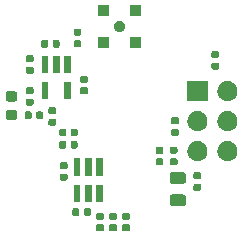
<source format=gbr>
G04 #@! TF.GenerationSoftware,KiCad,Pcbnew,5.99.0-unknown-4135f0c~100~ubuntu18.04.1*
G04 #@! TF.CreationDate,2019-11-01T15:59:21-04:00*
G04 #@! TF.ProjectId,tia,7469612e-6b69-4636-9164-5f7063625858,rev?*
G04 #@! TF.SameCoordinates,Original*
G04 #@! TF.FileFunction,Soldermask,Top*
G04 #@! TF.FilePolarity,Negative*
%FSLAX46Y46*%
G04 Gerber Fmt 4.6, Leading zero omitted, Abs format (unit mm)*
G04 Created by KiCad (PCBNEW 5.99.0-unknown-4135f0c~100~ubuntu18.04.1) date 2019-11-01 15:59:21*
%MOMM*%
%LPD*%
G04 APERTURE LIST*
G04 APERTURE END LIST*
G36*
X200774042Y-108799892D02*
G01*
X200776268Y-108801270D01*
X200777162Y-108801448D01*
X200784830Y-108806571D01*
X200821117Y-108829039D01*
X200823828Y-108832629D01*
X200825952Y-108834048D01*
X200834036Y-108846147D01*
X200852678Y-108870833D01*
X200853845Y-108875793D01*
X200858552Y-108882838D01*
X200870000Y-108940390D01*
X200870000Y-108944481D01*
X200872449Y-108954893D01*
X200872449Y-109218025D01*
X200860108Y-109284042D01*
X200858730Y-109286268D01*
X200858552Y-109287162D01*
X200853429Y-109294830D01*
X200830961Y-109331117D01*
X200827371Y-109333828D01*
X200825952Y-109335952D01*
X200813853Y-109344036D01*
X200789167Y-109362678D01*
X200784207Y-109363845D01*
X200777162Y-109368552D01*
X200719610Y-109380000D01*
X200715519Y-109380000D01*
X200705107Y-109382449D01*
X200391975Y-109382449D01*
X200325958Y-109370108D01*
X200323732Y-109368730D01*
X200322838Y-109368552D01*
X200315170Y-109363429D01*
X200278883Y-109340961D01*
X200276172Y-109337371D01*
X200274048Y-109335952D01*
X200265964Y-109323853D01*
X200247322Y-109299167D01*
X200246155Y-109294207D01*
X200241448Y-109287162D01*
X200230000Y-109229610D01*
X200230000Y-109225519D01*
X200227551Y-109215107D01*
X200227551Y-108951975D01*
X200239892Y-108885958D01*
X200241270Y-108883732D01*
X200241448Y-108882838D01*
X200246571Y-108875170D01*
X200269039Y-108838883D01*
X200272629Y-108836172D01*
X200274048Y-108834048D01*
X200286147Y-108825964D01*
X200310833Y-108807322D01*
X200315793Y-108806155D01*
X200322838Y-108801448D01*
X200380390Y-108790000D01*
X200384481Y-108790000D01*
X200394893Y-108787551D01*
X200708025Y-108787551D01*
X200774042Y-108799892D01*
G37*
G36*
X199674042Y-108799892D02*
G01*
X199676268Y-108801270D01*
X199677162Y-108801448D01*
X199684830Y-108806571D01*
X199721117Y-108829039D01*
X199723828Y-108832629D01*
X199725952Y-108834048D01*
X199734036Y-108846147D01*
X199752678Y-108870833D01*
X199753845Y-108875793D01*
X199758552Y-108882838D01*
X199770000Y-108940390D01*
X199770000Y-108944481D01*
X199772449Y-108954893D01*
X199772449Y-109218025D01*
X199760108Y-109284042D01*
X199758730Y-109286268D01*
X199758552Y-109287162D01*
X199753429Y-109294830D01*
X199730961Y-109331117D01*
X199727371Y-109333828D01*
X199725952Y-109335952D01*
X199713853Y-109344036D01*
X199689167Y-109362678D01*
X199684207Y-109363845D01*
X199677162Y-109368552D01*
X199619610Y-109380000D01*
X199615519Y-109380000D01*
X199605107Y-109382449D01*
X199291975Y-109382449D01*
X199225958Y-109370108D01*
X199223732Y-109368730D01*
X199222838Y-109368552D01*
X199215170Y-109363429D01*
X199178883Y-109340961D01*
X199176172Y-109337371D01*
X199174048Y-109335952D01*
X199165964Y-109323853D01*
X199147322Y-109299167D01*
X199146155Y-109294207D01*
X199141448Y-109287162D01*
X199130000Y-109229610D01*
X199130000Y-109225519D01*
X199127551Y-109215107D01*
X199127551Y-108951975D01*
X199139892Y-108885958D01*
X199141270Y-108883732D01*
X199141448Y-108882838D01*
X199146571Y-108875170D01*
X199169039Y-108838883D01*
X199172629Y-108836172D01*
X199174048Y-108834048D01*
X199186147Y-108825964D01*
X199210833Y-108807322D01*
X199215793Y-108806155D01*
X199222838Y-108801448D01*
X199280390Y-108790000D01*
X199284481Y-108790000D01*
X199294893Y-108787551D01*
X199608025Y-108787551D01*
X199674042Y-108799892D01*
G37*
G36*
X198574042Y-108799892D02*
G01*
X198576268Y-108801270D01*
X198577162Y-108801448D01*
X198584830Y-108806571D01*
X198621117Y-108829039D01*
X198623828Y-108832629D01*
X198625952Y-108834048D01*
X198634036Y-108846147D01*
X198652678Y-108870833D01*
X198653845Y-108875793D01*
X198658552Y-108882838D01*
X198670000Y-108940390D01*
X198670000Y-108944481D01*
X198672449Y-108954893D01*
X198672449Y-109218025D01*
X198660108Y-109284042D01*
X198658730Y-109286268D01*
X198658552Y-109287162D01*
X198653429Y-109294830D01*
X198630961Y-109331117D01*
X198627371Y-109333828D01*
X198625952Y-109335952D01*
X198613853Y-109344036D01*
X198589167Y-109362678D01*
X198584207Y-109363845D01*
X198577162Y-109368552D01*
X198519610Y-109380000D01*
X198515519Y-109380000D01*
X198505107Y-109382449D01*
X198191975Y-109382449D01*
X198125958Y-109370108D01*
X198123732Y-109368730D01*
X198122838Y-109368552D01*
X198115170Y-109363429D01*
X198078883Y-109340961D01*
X198076172Y-109337371D01*
X198074048Y-109335952D01*
X198065964Y-109323853D01*
X198047322Y-109299167D01*
X198046155Y-109294207D01*
X198041448Y-109287162D01*
X198030000Y-109229610D01*
X198030000Y-109225519D01*
X198027551Y-109215107D01*
X198027551Y-108951975D01*
X198039892Y-108885958D01*
X198041270Y-108883732D01*
X198041448Y-108882838D01*
X198046571Y-108875170D01*
X198069039Y-108838883D01*
X198072629Y-108836172D01*
X198074048Y-108834048D01*
X198086147Y-108825964D01*
X198110833Y-108807322D01*
X198115793Y-108806155D01*
X198122838Y-108801448D01*
X198180390Y-108790000D01*
X198184481Y-108790000D01*
X198194893Y-108787551D01*
X198508025Y-108787551D01*
X198574042Y-108799892D01*
G37*
G36*
X200774042Y-107829892D02*
G01*
X200776268Y-107831270D01*
X200777162Y-107831448D01*
X200784830Y-107836571D01*
X200821117Y-107859039D01*
X200823828Y-107862629D01*
X200825952Y-107864048D01*
X200834036Y-107876147D01*
X200852678Y-107900833D01*
X200853845Y-107905793D01*
X200858552Y-107912838D01*
X200870000Y-107970390D01*
X200870000Y-107974481D01*
X200872449Y-107984893D01*
X200872449Y-108248025D01*
X200860108Y-108314042D01*
X200858730Y-108316268D01*
X200858552Y-108317162D01*
X200853429Y-108324830D01*
X200830961Y-108361117D01*
X200827371Y-108363828D01*
X200825952Y-108365952D01*
X200813853Y-108374036D01*
X200789167Y-108392678D01*
X200784207Y-108393845D01*
X200777162Y-108398552D01*
X200719610Y-108410000D01*
X200715519Y-108410000D01*
X200705107Y-108412449D01*
X200391975Y-108412449D01*
X200325958Y-108400108D01*
X200323732Y-108398730D01*
X200322838Y-108398552D01*
X200315170Y-108393429D01*
X200278883Y-108370961D01*
X200276172Y-108367371D01*
X200274048Y-108365952D01*
X200265964Y-108353853D01*
X200247322Y-108329167D01*
X200246155Y-108324207D01*
X200241448Y-108317162D01*
X200230000Y-108259610D01*
X200230000Y-108255519D01*
X200227551Y-108245107D01*
X200227551Y-107981975D01*
X200239892Y-107915958D01*
X200241270Y-107913732D01*
X200241448Y-107912838D01*
X200246571Y-107905170D01*
X200269039Y-107868883D01*
X200272629Y-107866172D01*
X200274048Y-107864048D01*
X200286147Y-107855964D01*
X200310833Y-107837322D01*
X200315793Y-107836155D01*
X200322838Y-107831448D01*
X200380390Y-107820000D01*
X200384481Y-107820000D01*
X200394893Y-107817551D01*
X200708025Y-107817551D01*
X200774042Y-107829892D01*
G37*
G36*
X198574042Y-107829892D02*
G01*
X198576268Y-107831270D01*
X198577162Y-107831448D01*
X198584830Y-107836571D01*
X198621117Y-107859039D01*
X198623828Y-107862629D01*
X198625952Y-107864048D01*
X198634036Y-107876147D01*
X198652678Y-107900833D01*
X198653845Y-107905793D01*
X198658552Y-107912838D01*
X198670000Y-107970390D01*
X198670000Y-107974481D01*
X198672449Y-107984893D01*
X198672449Y-108248025D01*
X198660108Y-108314042D01*
X198658730Y-108316268D01*
X198658552Y-108317162D01*
X198653429Y-108324830D01*
X198630961Y-108361117D01*
X198627371Y-108363828D01*
X198625952Y-108365952D01*
X198613853Y-108374036D01*
X198589167Y-108392678D01*
X198584207Y-108393845D01*
X198577162Y-108398552D01*
X198519610Y-108410000D01*
X198515519Y-108410000D01*
X198505107Y-108412449D01*
X198191975Y-108412449D01*
X198125958Y-108400108D01*
X198123732Y-108398730D01*
X198122838Y-108398552D01*
X198115170Y-108393429D01*
X198078883Y-108370961D01*
X198076172Y-108367371D01*
X198074048Y-108365952D01*
X198065964Y-108353853D01*
X198047322Y-108329167D01*
X198046155Y-108324207D01*
X198041448Y-108317162D01*
X198030000Y-108259610D01*
X198030000Y-108255519D01*
X198027551Y-108245107D01*
X198027551Y-107981975D01*
X198039892Y-107915958D01*
X198041270Y-107913732D01*
X198041448Y-107912838D01*
X198046571Y-107905170D01*
X198069039Y-107868883D01*
X198072629Y-107866172D01*
X198074048Y-107864048D01*
X198086147Y-107855964D01*
X198110833Y-107837322D01*
X198115793Y-107836155D01*
X198122838Y-107831448D01*
X198180390Y-107820000D01*
X198184481Y-107820000D01*
X198194893Y-107817551D01*
X198508025Y-107817551D01*
X198574042Y-107829892D01*
G37*
G36*
X199674042Y-107829892D02*
G01*
X199676268Y-107831270D01*
X199677162Y-107831448D01*
X199684830Y-107836571D01*
X199721117Y-107859039D01*
X199723828Y-107862629D01*
X199725952Y-107864048D01*
X199734036Y-107876147D01*
X199752678Y-107900833D01*
X199753845Y-107905793D01*
X199758552Y-107912838D01*
X199770000Y-107970390D01*
X199770000Y-107974481D01*
X199772449Y-107984893D01*
X199772449Y-108248025D01*
X199760108Y-108314042D01*
X199758730Y-108316268D01*
X199758552Y-108317162D01*
X199753429Y-108324830D01*
X199730961Y-108361117D01*
X199727371Y-108363828D01*
X199725952Y-108365952D01*
X199713853Y-108374036D01*
X199689167Y-108392678D01*
X199684207Y-108393845D01*
X199677162Y-108398552D01*
X199619610Y-108410000D01*
X199615519Y-108410000D01*
X199605107Y-108412449D01*
X199291975Y-108412449D01*
X199225958Y-108400108D01*
X199223732Y-108398730D01*
X199222838Y-108398552D01*
X199215170Y-108393429D01*
X199178883Y-108370961D01*
X199176172Y-108367371D01*
X199174048Y-108365952D01*
X199165964Y-108353853D01*
X199147322Y-108329167D01*
X199146155Y-108324207D01*
X199141448Y-108317162D01*
X199130000Y-108259610D01*
X199130000Y-108255519D01*
X199127551Y-108245107D01*
X199127551Y-107981975D01*
X199139892Y-107915958D01*
X199141270Y-107913732D01*
X199141448Y-107912838D01*
X199146571Y-107905170D01*
X199169039Y-107868883D01*
X199172629Y-107866172D01*
X199174048Y-107864048D01*
X199186147Y-107855964D01*
X199210833Y-107837322D01*
X199215793Y-107836155D01*
X199222838Y-107831448D01*
X199280390Y-107820000D01*
X199284481Y-107820000D01*
X199294893Y-107817551D01*
X199608025Y-107817551D01*
X199674042Y-107829892D01*
G37*
G36*
X197484042Y-107439892D02*
G01*
X197486268Y-107441270D01*
X197487162Y-107441448D01*
X197494830Y-107446571D01*
X197531117Y-107469039D01*
X197533828Y-107472629D01*
X197535952Y-107474048D01*
X197544036Y-107486147D01*
X197562678Y-107510833D01*
X197563845Y-107515793D01*
X197568552Y-107522838D01*
X197580000Y-107580390D01*
X197580000Y-107584481D01*
X197582449Y-107594893D01*
X197582449Y-107908025D01*
X197570108Y-107974042D01*
X197568730Y-107976268D01*
X197568552Y-107977162D01*
X197563429Y-107984830D01*
X197540961Y-108021117D01*
X197537371Y-108023828D01*
X197535952Y-108025952D01*
X197523853Y-108034036D01*
X197499167Y-108052678D01*
X197494207Y-108053845D01*
X197487162Y-108058552D01*
X197429610Y-108070000D01*
X197425519Y-108070000D01*
X197415107Y-108072449D01*
X197151975Y-108072449D01*
X197085958Y-108060108D01*
X197083732Y-108058730D01*
X197082838Y-108058552D01*
X197075170Y-108053429D01*
X197038883Y-108030961D01*
X197036172Y-108027371D01*
X197034048Y-108025952D01*
X197025964Y-108013853D01*
X197007322Y-107989167D01*
X197006155Y-107984207D01*
X197001448Y-107977162D01*
X196990000Y-107919610D01*
X196990000Y-107915519D01*
X196987551Y-107905107D01*
X196987551Y-107591975D01*
X196999892Y-107525958D01*
X197001270Y-107523732D01*
X197001448Y-107522838D01*
X197006571Y-107515170D01*
X197029039Y-107478883D01*
X197032629Y-107476172D01*
X197034048Y-107474048D01*
X197046147Y-107465964D01*
X197070833Y-107447322D01*
X197075793Y-107446155D01*
X197082838Y-107441448D01*
X197140390Y-107430000D01*
X197144481Y-107430000D01*
X197154893Y-107427551D01*
X197418025Y-107427551D01*
X197484042Y-107439892D01*
G37*
G36*
X196514042Y-107439892D02*
G01*
X196516268Y-107441270D01*
X196517162Y-107441448D01*
X196524830Y-107446571D01*
X196561117Y-107469039D01*
X196563828Y-107472629D01*
X196565952Y-107474048D01*
X196574036Y-107486147D01*
X196592678Y-107510833D01*
X196593845Y-107515793D01*
X196598552Y-107522838D01*
X196610000Y-107580390D01*
X196610000Y-107584481D01*
X196612449Y-107594893D01*
X196612449Y-107908025D01*
X196600108Y-107974042D01*
X196598730Y-107976268D01*
X196598552Y-107977162D01*
X196593429Y-107984830D01*
X196570961Y-108021117D01*
X196567371Y-108023828D01*
X196565952Y-108025952D01*
X196553853Y-108034036D01*
X196529167Y-108052678D01*
X196524207Y-108053845D01*
X196517162Y-108058552D01*
X196459610Y-108070000D01*
X196455519Y-108070000D01*
X196445107Y-108072449D01*
X196181975Y-108072449D01*
X196115958Y-108060108D01*
X196113732Y-108058730D01*
X196112838Y-108058552D01*
X196105170Y-108053429D01*
X196068883Y-108030961D01*
X196066172Y-108027371D01*
X196064048Y-108025952D01*
X196055964Y-108013853D01*
X196037322Y-107989167D01*
X196036155Y-107984207D01*
X196031448Y-107977162D01*
X196020000Y-107919610D01*
X196020000Y-107915519D01*
X196017551Y-107905107D01*
X196017551Y-107591975D01*
X196029892Y-107525958D01*
X196031270Y-107523732D01*
X196031448Y-107522838D01*
X196036571Y-107515170D01*
X196059039Y-107478883D01*
X196062629Y-107476172D01*
X196064048Y-107474048D01*
X196076147Y-107465964D01*
X196100833Y-107447322D01*
X196105793Y-107446155D01*
X196112838Y-107441448D01*
X196170390Y-107430000D01*
X196174481Y-107430000D01*
X196184893Y-107427551D01*
X196448025Y-107427551D01*
X196514042Y-107439892D01*
G37*
G36*
X205473119Y-106263390D02*
G01*
X205481447Y-106267897D01*
X205486581Y-106268918D01*
X205500416Y-106278162D01*
X205544663Y-106302107D01*
X205558103Y-106316707D01*
X205567209Y-106322791D01*
X205576487Y-106336677D01*
X205599760Y-106361958D01*
X205611954Y-106389757D01*
X205621082Y-106403419D01*
X205623684Y-106416500D01*
X205633501Y-106438881D01*
X205641728Y-106504882D01*
X205641728Y-106967523D01*
X205626610Y-107058119D01*
X205622103Y-107066447D01*
X205621082Y-107071581D01*
X205611838Y-107085416D01*
X205587893Y-107129663D01*
X205573293Y-107143103D01*
X205567209Y-107152209D01*
X205553323Y-107161487D01*
X205528042Y-107184760D01*
X205500243Y-107196954D01*
X205486581Y-107206082D01*
X205473500Y-107208684D01*
X205451119Y-107218501D01*
X205385118Y-107226728D01*
X204497477Y-107226728D01*
X204406881Y-107211610D01*
X204398553Y-107207103D01*
X204393419Y-107206082D01*
X204379584Y-107196838D01*
X204335337Y-107172893D01*
X204321897Y-107158293D01*
X204312791Y-107152209D01*
X204303513Y-107138323D01*
X204280240Y-107113042D01*
X204268046Y-107085243D01*
X204258918Y-107071581D01*
X204256316Y-107058500D01*
X204246499Y-107036119D01*
X204238272Y-106970118D01*
X204238272Y-106507477D01*
X204253390Y-106416881D01*
X204257897Y-106408553D01*
X204258918Y-106403419D01*
X204268162Y-106389584D01*
X204292107Y-106345337D01*
X204306707Y-106331897D01*
X204312791Y-106322791D01*
X204326677Y-106313513D01*
X204351958Y-106290240D01*
X204379757Y-106278046D01*
X204393419Y-106268918D01*
X204406500Y-106266316D01*
X204428881Y-106256499D01*
X204494882Y-106248272D01*
X205382523Y-106248272D01*
X205473119Y-106263390D01*
G37*
G36*
X196679398Y-105430999D02*
G01*
X196679400Y-105431001D01*
X196681848Y-105443309D01*
X196681848Y-106891891D01*
X196679400Y-106904199D01*
X196679398Y-106904201D01*
X196667090Y-106906649D01*
X196132908Y-106906649D01*
X196120600Y-106904201D01*
X196120598Y-106904199D01*
X196118150Y-106891891D01*
X196118150Y-105443309D01*
X196120598Y-105431001D01*
X196120600Y-105430999D01*
X196132908Y-105428551D01*
X196667090Y-105428551D01*
X196679398Y-105430999D01*
G37*
G36*
X197629399Y-105430999D02*
G01*
X197629401Y-105431001D01*
X197631849Y-105443309D01*
X197631849Y-106891891D01*
X197629401Y-106904199D01*
X197629399Y-106904201D01*
X197617091Y-106906649D01*
X197082909Y-106906649D01*
X197070601Y-106904201D01*
X197070599Y-106904199D01*
X197068151Y-106891891D01*
X197068151Y-105443309D01*
X197070599Y-105431001D01*
X197070601Y-105430999D01*
X197082909Y-105428551D01*
X197617091Y-105428551D01*
X197629399Y-105430999D01*
G37*
G36*
X198579400Y-105430999D02*
G01*
X198579402Y-105431001D01*
X198581850Y-105443309D01*
X198581850Y-106891891D01*
X198579402Y-106904199D01*
X198579400Y-106904201D01*
X198567092Y-106906649D01*
X198032910Y-106906649D01*
X198020602Y-106904201D01*
X198020600Y-106904199D01*
X198018152Y-106891891D01*
X198018152Y-105443309D01*
X198020600Y-105431001D01*
X198020602Y-105430999D01*
X198032910Y-105428551D01*
X198567092Y-105428551D01*
X198579400Y-105430999D01*
G37*
G36*
X206804042Y-105359892D02*
G01*
X206806268Y-105361270D01*
X206807162Y-105361448D01*
X206814830Y-105366571D01*
X206851117Y-105389039D01*
X206853828Y-105392629D01*
X206855952Y-105394048D01*
X206864036Y-105406147D01*
X206882678Y-105430833D01*
X206883845Y-105435793D01*
X206888552Y-105442838D01*
X206900000Y-105500390D01*
X206900000Y-105504481D01*
X206902449Y-105514893D01*
X206902449Y-105778025D01*
X206890108Y-105844042D01*
X206888730Y-105846268D01*
X206888552Y-105847162D01*
X206883429Y-105854830D01*
X206860961Y-105891117D01*
X206857371Y-105893828D01*
X206855952Y-105895952D01*
X206843853Y-105904036D01*
X206819167Y-105922678D01*
X206814207Y-105923845D01*
X206807162Y-105928552D01*
X206749610Y-105940000D01*
X206745519Y-105940000D01*
X206735107Y-105942449D01*
X206421975Y-105942449D01*
X206355958Y-105930108D01*
X206353732Y-105928730D01*
X206352838Y-105928552D01*
X206345170Y-105923429D01*
X206308883Y-105900961D01*
X206306172Y-105897371D01*
X206304048Y-105895952D01*
X206295964Y-105883853D01*
X206277322Y-105859167D01*
X206276155Y-105854207D01*
X206271448Y-105847162D01*
X206260000Y-105789610D01*
X206260000Y-105785519D01*
X206257551Y-105775107D01*
X206257551Y-105511975D01*
X206269892Y-105445958D01*
X206271270Y-105443732D01*
X206271448Y-105442838D01*
X206276571Y-105435170D01*
X206299039Y-105398883D01*
X206302629Y-105396172D01*
X206304048Y-105394048D01*
X206316147Y-105385964D01*
X206340833Y-105367322D01*
X206345793Y-105366155D01*
X206352838Y-105361448D01*
X206410390Y-105350000D01*
X206414481Y-105350000D01*
X206424893Y-105347551D01*
X206738025Y-105347551D01*
X206804042Y-105359892D01*
G37*
G36*
X205473119Y-104388390D02*
G01*
X205481447Y-104392897D01*
X205486581Y-104393918D01*
X205500416Y-104403162D01*
X205544663Y-104427107D01*
X205558103Y-104441707D01*
X205567209Y-104447791D01*
X205576487Y-104461677D01*
X205599760Y-104486958D01*
X205611954Y-104514757D01*
X205621082Y-104528419D01*
X205623684Y-104541500D01*
X205633501Y-104563881D01*
X205641728Y-104629882D01*
X205641728Y-105092523D01*
X205626610Y-105183119D01*
X205622103Y-105191447D01*
X205621082Y-105196581D01*
X205611838Y-105210416D01*
X205587893Y-105254663D01*
X205573293Y-105268103D01*
X205567209Y-105277209D01*
X205553323Y-105286487D01*
X205528042Y-105309760D01*
X205500243Y-105321954D01*
X205486581Y-105331082D01*
X205473500Y-105333684D01*
X205451119Y-105343501D01*
X205385118Y-105351728D01*
X204497477Y-105351728D01*
X204406881Y-105336610D01*
X204398553Y-105332103D01*
X204393419Y-105331082D01*
X204379584Y-105321838D01*
X204335337Y-105297893D01*
X204321897Y-105283293D01*
X204312791Y-105277209D01*
X204303513Y-105263323D01*
X204280240Y-105238042D01*
X204268046Y-105210243D01*
X204258918Y-105196581D01*
X204256316Y-105183500D01*
X204246499Y-105161119D01*
X204238272Y-105095118D01*
X204238272Y-104632477D01*
X204253390Y-104541881D01*
X204257897Y-104533553D01*
X204258918Y-104528419D01*
X204268162Y-104514584D01*
X204292107Y-104470337D01*
X204306707Y-104456897D01*
X204312791Y-104447791D01*
X204326677Y-104438513D01*
X204351958Y-104415240D01*
X204379757Y-104403046D01*
X204393419Y-104393918D01*
X204406500Y-104391316D01*
X204428881Y-104381499D01*
X204494882Y-104373272D01*
X205382523Y-104373272D01*
X205473119Y-104388390D01*
G37*
G36*
X195509042Y-104499892D02*
G01*
X195511268Y-104501270D01*
X195512162Y-104501448D01*
X195519830Y-104506571D01*
X195556117Y-104529039D01*
X195558828Y-104532629D01*
X195560952Y-104534048D01*
X195569036Y-104546147D01*
X195587678Y-104570833D01*
X195588845Y-104575793D01*
X195593552Y-104582838D01*
X195605000Y-104640390D01*
X195605000Y-104644481D01*
X195607449Y-104654893D01*
X195607449Y-104918025D01*
X195595108Y-104984042D01*
X195593730Y-104986268D01*
X195593552Y-104987162D01*
X195588429Y-104994830D01*
X195565961Y-105031117D01*
X195562371Y-105033828D01*
X195560952Y-105035952D01*
X195548853Y-105044036D01*
X195524167Y-105062678D01*
X195519207Y-105063845D01*
X195512162Y-105068552D01*
X195454610Y-105080000D01*
X195450519Y-105080000D01*
X195440107Y-105082449D01*
X195126975Y-105082449D01*
X195060958Y-105070108D01*
X195058732Y-105068730D01*
X195057838Y-105068552D01*
X195050170Y-105063429D01*
X195013883Y-105040961D01*
X195011172Y-105037371D01*
X195009048Y-105035952D01*
X195000964Y-105023853D01*
X194982322Y-104999167D01*
X194981155Y-104994207D01*
X194976448Y-104987162D01*
X194965000Y-104929610D01*
X194965000Y-104925519D01*
X194962551Y-104915107D01*
X194962551Y-104651975D01*
X194974892Y-104585958D01*
X194976270Y-104583732D01*
X194976448Y-104582838D01*
X194981571Y-104575170D01*
X195004039Y-104538883D01*
X195007629Y-104536172D01*
X195009048Y-104534048D01*
X195021147Y-104525964D01*
X195045833Y-104507322D01*
X195050793Y-104506155D01*
X195057838Y-104501448D01*
X195115390Y-104490000D01*
X195119481Y-104490000D01*
X195129893Y-104487551D01*
X195443025Y-104487551D01*
X195509042Y-104499892D01*
G37*
G36*
X206804042Y-104389892D02*
G01*
X206806268Y-104391270D01*
X206807162Y-104391448D01*
X206814830Y-104396571D01*
X206851117Y-104419039D01*
X206853828Y-104422629D01*
X206855952Y-104424048D01*
X206864036Y-104436147D01*
X206882678Y-104460833D01*
X206883845Y-104465793D01*
X206888552Y-104472838D01*
X206900000Y-104530390D01*
X206900000Y-104534481D01*
X206902449Y-104544893D01*
X206902449Y-104808025D01*
X206890108Y-104874042D01*
X206888730Y-104876268D01*
X206888552Y-104877162D01*
X206883429Y-104884830D01*
X206860961Y-104921117D01*
X206857371Y-104923828D01*
X206855952Y-104925952D01*
X206843853Y-104934036D01*
X206819167Y-104952678D01*
X206814207Y-104953845D01*
X206807162Y-104958552D01*
X206749610Y-104970000D01*
X206745519Y-104970000D01*
X206735107Y-104972449D01*
X206421975Y-104972449D01*
X206355958Y-104960108D01*
X206353732Y-104958730D01*
X206352838Y-104958552D01*
X206345170Y-104953429D01*
X206308883Y-104930961D01*
X206306172Y-104927371D01*
X206304048Y-104925952D01*
X206295964Y-104913853D01*
X206277322Y-104889167D01*
X206276155Y-104884207D01*
X206271448Y-104877162D01*
X206260000Y-104819610D01*
X206260000Y-104815519D01*
X206257551Y-104805107D01*
X206257551Y-104541975D01*
X206269892Y-104475958D01*
X206271270Y-104473732D01*
X206271448Y-104472838D01*
X206276571Y-104465170D01*
X206299039Y-104428883D01*
X206302629Y-104426172D01*
X206304048Y-104424048D01*
X206316147Y-104415964D01*
X206340833Y-104397322D01*
X206345793Y-104396155D01*
X206352838Y-104391448D01*
X206410390Y-104380000D01*
X206414481Y-104380000D01*
X206424893Y-104377551D01*
X206738025Y-104377551D01*
X206804042Y-104389892D01*
G37*
G36*
X198579400Y-103195799D02*
G01*
X198579402Y-103195801D01*
X198581850Y-103208109D01*
X198581850Y-104656691D01*
X198579402Y-104668999D01*
X198579400Y-104669001D01*
X198567092Y-104671449D01*
X198032910Y-104671449D01*
X198020602Y-104669001D01*
X198020600Y-104668999D01*
X198018152Y-104656691D01*
X198018152Y-103208109D01*
X198020600Y-103195801D01*
X198020602Y-103195799D01*
X198032910Y-103193351D01*
X198567092Y-103193351D01*
X198579400Y-103195799D01*
G37*
G36*
X197629399Y-103195799D02*
G01*
X197629401Y-103195801D01*
X197631849Y-103208109D01*
X197631849Y-104656691D01*
X197629401Y-104668999D01*
X197629399Y-104669001D01*
X197617091Y-104671449D01*
X197082909Y-104671449D01*
X197070601Y-104669001D01*
X197070599Y-104668999D01*
X197068151Y-104656691D01*
X197068151Y-103208109D01*
X197070599Y-103195801D01*
X197070601Y-103195799D01*
X197082909Y-103193351D01*
X197617091Y-103193351D01*
X197629399Y-103195799D01*
G37*
G36*
X196679398Y-103195799D02*
G01*
X196679400Y-103195801D01*
X196681848Y-103208109D01*
X196681848Y-104656691D01*
X196679400Y-104668999D01*
X196679398Y-104669001D01*
X196667090Y-104671449D01*
X196132908Y-104671449D01*
X196120600Y-104669001D01*
X196120598Y-104668999D01*
X196118150Y-104656691D01*
X196118150Y-103208109D01*
X196120598Y-103195801D01*
X196120600Y-103195799D01*
X196132908Y-103193351D01*
X196667090Y-103193351D01*
X196679398Y-103195799D01*
G37*
G36*
X195509042Y-103529892D02*
G01*
X195511268Y-103531270D01*
X195512162Y-103531448D01*
X195519830Y-103536571D01*
X195556117Y-103559039D01*
X195558828Y-103562629D01*
X195560952Y-103564048D01*
X195569036Y-103576147D01*
X195587678Y-103600833D01*
X195588845Y-103605793D01*
X195593552Y-103612838D01*
X195605000Y-103670390D01*
X195605000Y-103674481D01*
X195607449Y-103684893D01*
X195607449Y-103948025D01*
X195595108Y-104014042D01*
X195593730Y-104016268D01*
X195593552Y-104017162D01*
X195588429Y-104024830D01*
X195565961Y-104061117D01*
X195562371Y-104063828D01*
X195560952Y-104065952D01*
X195548853Y-104074036D01*
X195524167Y-104092678D01*
X195519207Y-104093845D01*
X195512162Y-104098552D01*
X195454610Y-104110000D01*
X195450519Y-104110000D01*
X195440107Y-104112449D01*
X195126975Y-104112449D01*
X195060958Y-104100108D01*
X195058732Y-104098730D01*
X195057838Y-104098552D01*
X195050170Y-104093429D01*
X195013883Y-104070961D01*
X195011172Y-104067371D01*
X195009048Y-104065952D01*
X195000964Y-104053853D01*
X194982322Y-104029167D01*
X194981155Y-104024207D01*
X194976448Y-104017162D01*
X194965000Y-103959610D01*
X194965000Y-103955519D01*
X194962551Y-103945107D01*
X194962551Y-103681975D01*
X194974892Y-103615958D01*
X194976270Y-103613732D01*
X194976448Y-103612838D01*
X194981571Y-103605170D01*
X195004039Y-103568883D01*
X195007629Y-103566172D01*
X195009048Y-103564048D01*
X195021147Y-103555964D01*
X195045833Y-103537322D01*
X195050793Y-103536155D01*
X195057838Y-103531448D01*
X195115390Y-103520000D01*
X195119481Y-103520000D01*
X195129893Y-103517551D01*
X195443025Y-103517551D01*
X195509042Y-103529892D01*
G37*
G36*
X203614042Y-103199892D02*
G01*
X203616268Y-103201270D01*
X203617162Y-103201448D01*
X203624830Y-103206571D01*
X203661117Y-103229039D01*
X203663828Y-103232629D01*
X203665952Y-103234048D01*
X203674036Y-103246147D01*
X203692678Y-103270833D01*
X203693845Y-103275793D01*
X203698552Y-103282838D01*
X203710000Y-103340390D01*
X203710000Y-103344481D01*
X203712449Y-103354893D01*
X203712449Y-103618025D01*
X203700108Y-103684042D01*
X203698730Y-103686268D01*
X203698552Y-103687162D01*
X203693429Y-103694830D01*
X203670961Y-103731117D01*
X203667371Y-103733828D01*
X203665952Y-103735952D01*
X203653853Y-103744036D01*
X203629167Y-103762678D01*
X203624207Y-103763845D01*
X203617162Y-103768552D01*
X203559610Y-103780000D01*
X203555519Y-103780000D01*
X203545107Y-103782449D01*
X203231975Y-103782449D01*
X203165958Y-103770108D01*
X203163732Y-103768730D01*
X203162838Y-103768552D01*
X203155170Y-103763429D01*
X203118883Y-103740961D01*
X203116172Y-103737371D01*
X203114048Y-103735952D01*
X203105964Y-103723853D01*
X203087322Y-103699167D01*
X203086155Y-103694207D01*
X203081448Y-103687162D01*
X203070000Y-103629610D01*
X203070000Y-103625519D01*
X203067551Y-103615107D01*
X203067551Y-103351975D01*
X203079892Y-103285958D01*
X203081270Y-103283732D01*
X203081448Y-103282838D01*
X203086571Y-103275170D01*
X203109039Y-103238883D01*
X203112629Y-103236172D01*
X203114048Y-103234048D01*
X203126147Y-103225964D01*
X203150833Y-103207322D01*
X203155793Y-103206155D01*
X203162838Y-103201448D01*
X203220390Y-103190000D01*
X203224481Y-103190000D01*
X203234893Y-103187551D01*
X203548025Y-103187551D01*
X203614042Y-103199892D01*
G37*
G36*
X204814042Y-103189892D02*
G01*
X204816268Y-103191270D01*
X204817162Y-103191448D01*
X204824830Y-103196571D01*
X204861117Y-103219039D01*
X204863828Y-103222629D01*
X204865952Y-103224048D01*
X204874036Y-103236147D01*
X204892678Y-103260833D01*
X204893845Y-103265793D01*
X204898552Y-103272838D01*
X204910000Y-103330390D01*
X204910000Y-103334481D01*
X204912449Y-103344893D01*
X204912449Y-103608025D01*
X204900108Y-103674042D01*
X204898730Y-103676268D01*
X204898552Y-103677162D01*
X204893429Y-103684830D01*
X204870961Y-103721117D01*
X204867371Y-103723828D01*
X204865952Y-103725952D01*
X204853853Y-103734036D01*
X204829167Y-103752678D01*
X204824207Y-103753845D01*
X204817162Y-103758552D01*
X204759610Y-103770000D01*
X204755519Y-103770000D01*
X204745107Y-103772449D01*
X204431975Y-103772449D01*
X204365958Y-103760108D01*
X204363732Y-103758730D01*
X204362838Y-103758552D01*
X204355170Y-103753429D01*
X204318883Y-103730961D01*
X204316172Y-103727371D01*
X204314048Y-103725952D01*
X204305964Y-103713853D01*
X204287322Y-103689167D01*
X204286155Y-103684207D01*
X204281448Y-103677162D01*
X204270000Y-103619610D01*
X204270000Y-103615519D01*
X204267551Y-103605107D01*
X204267551Y-103341975D01*
X204279892Y-103275958D01*
X204281270Y-103273732D01*
X204281448Y-103272838D01*
X204286571Y-103265170D01*
X204309039Y-103228883D01*
X204312629Y-103226172D01*
X204314048Y-103224048D01*
X204326147Y-103215964D01*
X204350833Y-103197322D01*
X204355793Y-103196155D01*
X204362838Y-103191448D01*
X204420390Y-103180000D01*
X204424481Y-103180000D01*
X204434893Y-103177551D01*
X204748025Y-103177551D01*
X204814042Y-103189892D01*
G37*
G36*
X209142970Y-101728828D02*
G01*
X209184714Y-101726786D01*
X209228955Y-101733635D01*
X209279646Y-101736469D01*
X209319950Y-101747722D01*
X209355368Y-101753205D01*
X209402898Y-101770881D01*
X209457524Y-101786133D01*
X209489207Y-101802979D01*
X209517214Y-101813395D01*
X209565259Y-101843417D01*
X209620588Y-101872836D01*
X209643375Y-101892230D01*
X209663657Y-101904903D01*
X209708979Y-101948063D01*
X209761230Y-101992532D01*
X209775714Y-102011614D01*
X209788709Y-102023989D01*
X209827815Y-102080254D01*
X209872888Y-102139636D01*
X209880428Y-102155953D01*
X209887263Y-102165788D01*
X209916606Y-102234250D01*
X209950353Y-102307286D01*
X209952928Y-102318996D01*
X209955288Y-102324503D01*
X209971456Y-102403267D01*
X209990011Y-102487659D01*
X209989346Y-102678273D01*
X209970192Y-102762580D01*
X209953484Y-102841185D01*
X209951086Y-102846673D01*
X209948430Y-102858365D01*
X209914170Y-102931169D01*
X209884351Y-102999423D01*
X209877447Y-103009210D01*
X209869796Y-103025469D01*
X209824330Y-103084508D01*
X209784814Y-103140526D01*
X209771727Y-103152816D01*
X209757114Y-103171791D01*
X209704566Y-103215884D01*
X209658934Y-103258735D01*
X209638560Y-103271269D01*
X209615639Y-103290502D01*
X209560106Y-103319534D01*
X209511855Y-103349218D01*
X209483778Y-103359437D01*
X209451974Y-103376064D01*
X209397241Y-103390934D01*
X209349585Y-103408280D01*
X209314126Y-103413516D01*
X209273753Y-103424485D01*
X209223048Y-103426965D01*
X209178758Y-103433505D01*
X209137030Y-103431172D01*
X209089292Y-103433507D01*
X209045101Y-103426033D01*
X209006345Y-103423866D01*
X208960188Y-103411671D01*
X208907197Y-103402708D01*
X208871163Y-103388149D01*
X208839392Y-103379755D01*
X208791308Y-103355886D01*
X208735963Y-103333525D01*
X208708813Y-103314935D01*
X208684720Y-103302975D01*
X208637736Y-103266268D01*
X208583580Y-103229186D01*
X208565141Y-103209551D01*
X208548643Y-103196661D01*
X208506146Y-103146727D01*
X208457157Y-103094559D01*
X208446423Y-103076552D01*
X208436723Y-103065155D01*
X208402273Y-103002490D01*
X208362592Y-102935925D01*
X208357863Y-102921708D01*
X208353535Y-102913836D01*
X208330635Y-102839859D01*
X208304298Y-102760685D01*
X208303358Y-102751738D01*
X208302471Y-102748874D01*
X208294331Y-102665859D01*
X208284993Y-102577015D01*
X208294963Y-102488127D01*
X208303671Y-102405283D01*
X208304575Y-102402432D01*
X208305579Y-102393485D01*
X208332485Y-102314451D01*
X208355886Y-102240680D01*
X208360267Y-102232841D01*
X208365096Y-102218656D01*
X208405246Y-102152361D01*
X208440127Y-102089948D01*
X208449904Y-102078621D01*
X208460766Y-102060686D01*
X208510130Y-102008848D01*
X208552965Y-101959224D01*
X208569550Y-101946452D01*
X208588126Y-101926945D01*
X208642529Y-101890250D01*
X208689778Y-101853863D01*
X208713964Y-101842067D01*
X208741234Y-101823673D01*
X208796715Y-101801706D01*
X208844980Y-101778166D01*
X208876816Y-101769992D01*
X208912946Y-101755687D01*
X208965996Y-101747095D01*
X209012238Y-101735222D01*
X209051010Y-101733326D01*
X209095252Y-101726160D01*
X209142970Y-101728828D01*
G37*
G36*
X206602970Y-101728828D02*
G01*
X206644714Y-101726786D01*
X206688955Y-101733635D01*
X206739646Y-101736469D01*
X206779950Y-101747722D01*
X206815368Y-101753205D01*
X206862898Y-101770881D01*
X206917524Y-101786133D01*
X206949207Y-101802979D01*
X206977214Y-101813395D01*
X207025259Y-101843417D01*
X207080588Y-101872836D01*
X207103375Y-101892230D01*
X207123657Y-101904903D01*
X207168979Y-101948063D01*
X207221230Y-101992532D01*
X207235714Y-102011614D01*
X207248709Y-102023989D01*
X207287815Y-102080254D01*
X207332888Y-102139636D01*
X207340428Y-102155953D01*
X207347263Y-102165788D01*
X207376606Y-102234250D01*
X207410353Y-102307286D01*
X207412928Y-102318996D01*
X207415288Y-102324503D01*
X207431456Y-102403267D01*
X207450011Y-102487659D01*
X207449346Y-102678273D01*
X207430192Y-102762580D01*
X207413484Y-102841185D01*
X207411086Y-102846673D01*
X207408430Y-102858365D01*
X207374170Y-102931169D01*
X207344351Y-102999423D01*
X207337447Y-103009210D01*
X207329796Y-103025469D01*
X207284330Y-103084508D01*
X207244814Y-103140526D01*
X207231727Y-103152816D01*
X207217114Y-103171791D01*
X207164566Y-103215884D01*
X207118934Y-103258735D01*
X207098560Y-103271269D01*
X207075639Y-103290502D01*
X207020106Y-103319534D01*
X206971855Y-103349218D01*
X206943778Y-103359437D01*
X206911974Y-103376064D01*
X206857241Y-103390934D01*
X206809585Y-103408280D01*
X206774126Y-103413516D01*
X206733753Y-103424485D01*
X206683048Y-103426965D01*
X206638758Y-103433505D01*
X206597030Y-103431172D01*
X206549292Y-103433507D01*
X206505101Y-103426033D01*
X206466345Y-103423866D01*
X206420188Y-103411671D01*
X206367197Y-103402708D01*
X206331163Y-103388149D01*
X206299392Y-103379755D01*
X206251308Y-103355886D01*
X206195963Y-103333525D01*
X206168813Y-103314935D01*
X206144720Y-103302975D01*
X206097736Y-103266268D01*
X206043580Y-103229186D01*
X206025141Y-103209551D01*
X206008643Y-103196661D01*
X205966146Y-103146727D01*
X205917157Y-103094559D01*
X205906423Y-103076552D01*
X205896723Y-103065155D01*
X205862273Y-103002490D01*
X205822592Y-102935925D01*
X205817863Y-102921708D01*
X205813535Y-102913836D01*
X205790635Y-102839859D01*
X205764298Y-102760685D01*
X205763358Y-102751738D01*
X205762471Y-102748874D01*
X205754331Y-102665859D01*
X205744993Y-102577015D01*
X205754963Y-102488127D01*
X205763671Y-102405283D01*
X205764575Y-102402432D01*
X205765579Y-102393485D01*
X205792485Y-102314451D01*
X205815886Y-102240680D01*
X205820267Y-102232841D01*
X205825096Y-102218656D01*
X205865246Y-102152361D01*
X205900127Y-102089948D01*
X205909904Y-102078621D01*
X205920766Y-102060686D01*
X205970130Y-102008848D01*
X206012965Y-101959224D01*
X206029550Y-101946452D01*
X206048126Y-101926945D01*
X206102529Y-101890250D01*
X206149778Y-101853863D01*
X206173964Y-101842067D01*
X206201234Y-101823673D01*
X206256715Y-101801706D01*
X206304980Y-101778166D01*
X206336816Y-101769992D01*
X206372946Y-101755687D01*
X206425996Y-101747095D01*
X206472238Y-101735222D01*
X206511010Y-101733326D01*
X206555252Y-101726160D01*
X206602970Y-101728828D01*
G37*
G36*
X203614042Y-102229892D02*
G01*
X203616268Y-102231270D01*
X203617162Y-102231448D01*
X203624830Y-102236571D01*
X203661117Y-102259039D01*
X203663828Y-102262629D01*
X203665952Y-102264048D01*
X203674036Y-102276147D01*
X203692678Y-102300833D01*
X203693845Y-102305793D01*
X203698552Y-102312838D01*
X203710000Y-102370390D01*
X203710000Y-102374481D01*
X203712449Y-102384893D01*
X203712449Y-102648025D01*
X203700108Y-102714042D01*
X203698730Y-102716268D01*
X203698552Y-102717162D01*
X203693429Y-102724830D01*
X203670961Y-102761117D01*
X203667371Y-102763828D01*
X203665952Y-102765952D01*
X203653853Y-102774036D01*
X203629167Y-102792678D01*
X203624207Y-102793845D01*
X203617162Y-102798552D01*
X203559610Y-102810000D01*
X203555519Y-102810000D01*
X203545107Y-102812449D01*
X203231975Y-102812449D01*
X203165958Y-102800108D01*
X203163732Y-102798730D01*
X203162838Y-102798552D01*
X203155170Y-102793429D01*
X203118883Y-102770961D01*
X203116172Y-102767371D01*
X203114048Y-102765952D01*
X203105964Y-102753853D01*
X203087322Y-102729167D01*
X203086155Y-102724207D01*
X203081448Y-102717162D01*
X203070000Y-102659610D01*
X203070000Y-102655519D01*
X203067551Y-102645107D01*
X203067551Y-102381975D01*
X203079892Y-102315958D01*
X203081270Y-102313732D01*
X203081448Y-102312838D01*
X203086571Y-102305170D01*
X203109039Y-102268883D01*
X203112629Y-102266172D01*
X203114048Y-102264048D01*
X203126147Y-102255964D01*
X203150833Y-102237322D01*
X203155793Y-102236155D01*
X203162838Y-102231448D01*
X203220390Y-102220000D01*
X203224481Y-102220000D01*
X203234893Y-102217551D01*
X203548025Y-102217551D01*
X203614042Y-102229892D01*
G37*
G36*
X204814042Y-102219892D02*
G01*
X204816268Y-102221270D01*
X204817162Y-102221448D01*
X204824830Y-102226571D01*
X204861117Y-102249039D01*
X204863828Y-102252629D01*
X204865952Y-102254048D01*
X204874036Y-102266147D01*
X204892678Y-102290833D01*
X204893845Y-102295793D01*
X204898552Y-102302838D01*
X204910000Y-102360390D01*
X204910000Y-102364481D01*
X204912449Y-102374893D01*
X204912449Y-102638025D01*
X204900108Y-102704042D01*
X204898730Y-102706268D01*
X204898552Y-102707162D01*
X204893429Y-102714830D01*
X204870961Y-102751117D01*
X204867371Y-102753828D01*
X204865952Y-102755952D01*
X204853853Y-102764036D01*
X204829167Y-102782678D01*
X204824207Y-102783845D01*
X204817162Y-102788552D01*
X204759610Y-102800000D01*
X204755519Y-102800000D01*
X204745107Y-102802449D01*
X204431975Y-102802449D01*
X204365958Y-102790108D01*
X204363732Y-102788730D01*
X204362838Y-102788552D01*
X204355170Y-102783429D01*
X204318883Y-102760961D01*
X204316172Y-102757371D01*
X204314048Y-102755952D01*
X204305964Y-102743853D01*
X204287322Y-102719167D01*
X204286155Y-102714207D01*
X204281448Y-102707162D01*
X204270000Y-102649610D01*
X204270000Y-102645519D01*
X204267551Y-102635107D01*
X204267551Y-102371975D01*
X204279892Y-102305958D01*
X204281270Y-102303732D01*
X204281448Y-102302838D01*
X204286571Y-102295170D01*
X204309039Y-102258883D01*
X204312629Y-102256172D01*
X204314048Y-102254048D01*
X204326147Y-102245964D01*
X204350833Y-102227322D01*
X204355793Y-102226155D01*
X204362838Y-102221448D01*
X204420390Y-102210000D01*
X204424481Y-102210000D01*
X204434893Y-102207551D01*
X204748025Y-102207551D01*
X204814042Y-102219892D01*
G37*
G36*
X196349042Y-101739892D02*
G01*
X196351268Y-101741270D01*
X196352162Y-101741448D01*
X196359830Y-101746571D01*
X196396117Y-101769039D01*
X196398828Y-101772629D01*
X196400952Y-101774048D01*
X196409036Y-101786147D01*
X196427678Y-101810833D01*
X196428845Y-101815793D01*
X196433552Y-101822838D01*
X196445000Y-101880390D01*
X196445000Y-101884481D01*
X196447449Y-101894893D01*
X196447449Y-102208025D01*
X196435108Y-102274042D01*
X196433730Y-102276268D01*
X196433552Y-102277162D01*
X196428429Y-102284830D01*
X196405961Y-102321117D01*
X196402371Y-102323828D01*
X196400952Y-102325952D01*
X196388853Y-102334036D01*
X196364167Y-102352678D01*
X196359207Y-102353845D01*
X196352162Y-102358552D01*
X196294610Y-102370000D01*
X196290519Y-102370000D01*
X196280107Y-102372449D01*
X196016975Y-102372449D01*
X195950958Y-102360108D01*
X195948732Y-102358730D01*
X195947838Y-102358552D01*
X195940170Y-102353429D01*
X195903883Y-102330961D01*
X195901172Y-102327371D01*
X195899048Y-102325952D01*
X195890964Y-102313853D01*
X195872322Y-102289167D01*
X195871155Y-102284207D01*
X195866448Y-102277162D01*
X195855000Y-102219610D01*
X195855000Y-102215519D01*
X195852551Y-102205107D01*
X195852551Y-101891975D01*
X195864892Y-101825958D01*
X195866270Y-101823732D01*
X195866448Y-101822838D01*
X195871571Y-101815170D01*
X195894039Y-101778883D01*
X195897629Y-101776172D01*
X195899048Y-101774048D01*
X195911147Y-101765964D01*
X195935833Y-101747322D01*
X195940793Y-101746155D01*
X195947838Y-101741448D01*
X196005390Y-101730000D01*
X196009481Y-101730000D01*
X196019893Y-101727551D01*
X196283025Y-101727551D01*
X196349042Y-101739892D01*
G37*
G36*
X195379042Y-101739892D02*
G01*
X195381268Y-101741270D01*
X195382162Y-101741448D01*
X195389830Y-101746571D01*
X195426117Y-101769039D01*
X195428828Y-101772629D01*
X195430952Y-101774048D01*
X195439036Y-101786147D01*
X195457678Y-101810833D01*
X195458845Y-101815793D01*
X195463552Y-101822838D01*
X195475000Y-101880390D01*
X195475000Y-101884481D01*
X195477449Y-101894893D01*
X195477449Y-102208025D01*
X195465108Y-102274042D01*
X195463730Y-102276268D01*
X195463552Y-102277162D01*
X195458429Y-102284830D01*
X195435961Y-102321117D01*
X195432371Y-102323828D01*
X195430952Y-102325952D01*
X195418853Y-102334036D01*
X195394167Y-102352678D01*
X195389207Y-102353845D01*
X195382162Y-102358552D01*
X195324610Y-102370000D01*
X195320519Y-102370000D01*
X195310107Y-102372449D01*
X195046975Y-102372449D01*
X194980958Y-102360108D01*
X194978732Y-102358730D01*
X194977838Y-102358552D01*
X194970170Y-102353429D01*
X194933883Y-102330961D01*
X194931172Y-102327371D01*
X194929048Y-102325952D01*
X194920964Y-102313853D01*
X194902322Y-102289167D01*
X194901155Y-102284207D01*
X194896448Y-102277162D01*
X194885000Y-102219610D01*
X194885000Y-102215519D01*
X194882551Y-102205107D01*
X194882551Y-101891975D01*
X194894892Y-101825958D01*
X194896270Y-101823732D01*
X194896448Y-101822838D01*
X194901571Y-101815170D01*
X194924039Y-101778883D01*
X194927629Y-101776172D01*
X194929048Y-101774048D01*
X194941147Y-101765964D01*
X194965833Y-101747322D01*
X194970793Y-101746155D01*
X194977838Y-101741448D01*
X195035390Y-101730000D01*
X195039481Y-101730000D01*
X195049893Y-101727551D01*
X195313025Y-101727551D01*
X195379042Y-101739892D01*
G37*
G36*
X195379042Y-100689892D02*
G01*
X195381268Y-100691270D01*
X195382162Y-100691448D01*
X195389830Y-100696571D01*
X195426117Y-100719039D01*
X195428828Y-100722629D01*
X195430952Y-100724048D01*
X195439036Y-100736147D01*
X195457678Y-100760833D01*
X195458845Y-100765793D01*
X195463552Y-100772838D01*
X195475000Y-100830390D01*
X195475000Y-100834481D01*
X195477449Y-100844893D01*
X195477449Y-101158025D01*
X195465108Y-101224042D01*
X195463730Y-101226268D01*
X195463552Y-101227162D01*
X195458429Y-101234830D01*
X195435961Y-101271117D01*
X195432371Y-101273828D01*
X195430952Y-101275952D01*
X195418853Y-101284036D01*
X195394167Y-101302678D01*
X195389207Y-101303845D01*
X195382162Y-101308552D01*
X195324610Y-101320000D01*
X195320519Y-101320000D01*
X195310107Y-101322449D01*
X195046975Y-101322449D01*
X194980958Y-101310108D01*
X194978732Y-101308730D01*
X194977838Y-101308552D01*
X194970170Y-101303429D01*
X194933883Y-101280961D01*
X194931172Y-101277371D01*
X194929048Y-101275952D01*
X194920964Y-101263853D01*
X194902322Y-101239167D01*
X194901155Y-101234207D01*
X194896448Y-101227162D01*
X194885000Y-101169610D01*
X194885000Y-101165519D01*
X194882551Y-101155107D01*
X194882551Y-100841975D01*
X194894892Y-100775958D01*
X194896270Y-100773732D01*
X194896448Y-100772838D01*
X194901571Y-100765170D01*
X194924039Y-100728883D01*
X194927629Y-100726172D01*
X194929048Y-100724048D01*
X194941147Y-100715964D01*
X194965833Y-100697322D01*
X194970793Y-100696155D01*
X194977838Y-100691448D01*
X195035390Y-100680000D01*
X195039481Y-100680000D01*
X195049893Y-100677551D01*
X195313025Y-100677551D01*
X195379042Y-100689892D01*
G37*
G36*
X196349042Y-100689892D02*
G01*
X196351268Y-100691270D01*
X196352162Y-100691448D01*
X196359830Y-100696571D01*
X196396117Y-100719039D01*
X196398828Y-100722629D01*
X196400952Y-100724048D01*
X196409036Y-100736147D01*
X196427678Y-100760833D01*
X196428845Y-100765793D01*
X196433552Y-100772838D01*
X196445000Y-100830390D01*
X196445000Y-100834481D01*
X196447449Y-100844893D01*
X196447449Y-101158025D01*
X196435108Y-101224042D01*
X196433730Y-101226268D01*
X196433552Y-101227162D01*
X196428429Y-101234830D01*
X196405961Y-101271117D01*
X196402371Y-101273828D01*
X196400952Y-101275952D01*
X196388853Y-101284036D01*
X196364167Y-101302678D01*
X196359207Y-101303845D01*
X196352162Y-101308552D01*
X196294610Y-101320000D01*
X196290519Y-101320000D01*
X196280107Y-101322449D01*
X196016975Y-101322449D01*
X195950958Y-101310108D01*
X195948732Y-101308730D01*
X195947838Y-101308552D01*
X195940170Y-101303429D01*
X195903883Y-101280961D01*
X195901172Y-101277371D01*
X195899048Y-101275952D01*
X195890964Y-101263853D01*
X195872322Y-101239167D01*
X195871155Y-101234207D01*
X195866448Y-101227162D01*
X195855000Y-101169610D01*
X195855000Y-101165519D01*
X195852551Y-101155107D01*
X195852551Y-100841975D01*
X195864892Y-100775958D01*
X195866270Y-100773732D01*
X195866448Y-100772838D01*
X195871571Y-100765170D01*
X195894039Y-100728883D01*
X195897629Y-100726172D01*
X195899048Y-100724048D01*
X195911147Y-100715964D01*
X195935833Y-100697322D01*
X195940793Y-100696155D01*
X195947838Y-100691448D01*
X196005390Y-100680000D01*
X196009481Y-100680000D01*
X196019893Y-100677551D01*
X196283025Y-100677551D01*
X196349042Y-100689892D01*
G37*
G36*
X204924042Y-100699892D02*
G01*
X204926268Y-100701270D01*
X204927162Y-100701448D01*
X204934830Y-100706571D01*
X204971117Y-100729039D01*
X204973828Y-100732629D01*
X204975952Y-100734048D01*
X204984036Y-100746147D01*
X205002678Y-100770833D01*
X205003845Y-100775793D01*
X205008552Y-100782838D01*
X205020000Y-100840390D01*
X205020000Y-100844481D01*
X205022449Y-100854893D01*
X205022449Y-101118025D01*
X205010108Y-101184042D01*
X205008730Y-101186268D01*
X205008552Y-101187162D01*
X205003429Y-101194830D01*
X204980961Y-101231117D01*
X204977371Y-101233828D01*
X204975952Y-101235952D01*
X204963853Y-101244036D01*
X204939167Y-101262678D01*
X204934207Y-101263845D01*
X204927162Y-101268552D01*
X204869610Y-101280000D01*
X204865519Y-101280000D01*
X204855107Y-101282449D01*
X204541975Y-101282449D01*
X204475958Y-101270108D01*
X204473732Y-101268730D01*
X204472838Y-101268552D01*
X204465170Y-101263429D01*
X204428883Y-101240961D01*
X204426172Y-101237371D01*
X204424048Y-101235952D01*
X204415964Y-101223853D01*
X204397322Y-101199167D01*
X204396155Y-101194207D01*
X204391448Y-101187162D01*
X204380000Y-101129610D01*
X204380000Y-101125519D01*
X204377551Y-101115107D01*
X204377551Y-100851975D01*
X204389892Y-100785958D01*
X204391270Y-100783732D01*
X204391448Y-100782838D01*
X204396571Y-100775170D01*
X204419039Y-100738883D01*
X204422629Y-100736172D01*
X204424048Y-100734048D01*
X204436147Y-100725964D01*
X204460833Y-100707322D01*
X204465793Y-100706155D01*
X204472838Y-100701448D01*
X204530390Y-100690000D01*
X204534481Y-100690000D01*
X204544893Y-100687551D01*
X204858025Y-100687551D01*
X204924042Y-100699892D01*
G37*
G36*
X206602970Y-99188828D02*
G01*
X206644714Y-99186786D01*
X206688955Y-99193635D01*
X206739646Y-99196469D01*
X206779950Y-99207722D01*
X206815368Y-99213205D01*
X206862898Y-99230881D01*
X206917524Y-99246133D01*
X206949207Y-99262979D01*
X206977214Y-99273395D01*
X207025259Y-99303417D01*
X207080588Y-99332836D01*
X207103375Y-99352230D01*
X207123657Y-99364903D01*
X207168979Y-99408063D01*
X207221230Y-99452532D01*
X207235714Y-99471614D01*
X207248709Y-99483989D01*
X207287815Y-99540254D01*
X207332888Y-99599636D01*
X207340428Y-99615953D01*
X207347263Y-99625788D01*
X207376606Y-99694250D01*
X207410353Y-99767286D01*
X207412928Y-99778996D01*
X207415288Y-99784503D01*
X207431456Y-99863267D01*
X207450011Y-99947659D01*
X207449346Y-100138273D01*
X207430192Y-100222580D01*
X207413484Y-100301185D01*
X207411086Y-100306673D01*
X207408430Y-100318365D01*
X207374170Y-100391169D01*
X207344351Y-100459423D01*
X207337447Y-100469210D01*
X207329796Y-100485469D01*
X207284330Y-100544508D01*
X207244814Y-100600526D01*
X207231727Y-100612816D01*
X207217114Y-100631791D01*
X207164566Y-100675884D01*
X207118934Y-100718735D01*
X207098560Y-100731269D01*
X207075639Y-100750502D01*
X207020106Y-100779534D01*
X206971855Y-100809218D01*
X206943778Y-100819437D01*
X206911974Y-100836064D01*
X206857241Y-100850934D01*
X206809585Y-100868280D01*
X206774126Y-100873516D01*
X206733753Y-100884485D01*
X206683048Y-100886965D01*
X206638758Y-100893505D01*
X206597030Y-100891172D01*
X206549292Y-100893507D01*
X206505101Y-100886033D01*
X206466345Y-100883866D01*
X206420188Y-100871671D01*
X206367197Y-100862708D01*
X206331163Y-100848149D01*
X206299392Y-100839755D01*
X206251308Y-100815886D01*
X206195963Y-100793525D01*
X206168813Y-100774935D01*
X206144720Y-100762975D01*
X206097736Y-100726268D01*
X206043580Y-100689186D01*
X206025141Y-100669551D01*
X206008643Y-100656661D01*
X205966146Y-100606727D01*
X205917157Y-100554559D01*
X205906423Y-100536552D01*
X205896723Y-100525155D01*
X205862273Y-100462490D01*
X205822592Y-100395925D01*
X205817863Y-100381708D01*
X205813535Y-100373836D01*
X205790635Y-100299859D01*
X205764298Y-100220685D01*
X205763358Y-100211738D01*
X205762471Y-100208874D01*
X205754331Y-100125859D01*
X205744993Y-100037015D01*
X205754963Y-99948127D01*
X205763671Y-99865283D01*
X205764575Y-99862432D01*
X205765579Y-99853485D01*
X205792485Y-99774451D01*
X205815886Y-99700680D01*
X205820267Y-99692841D01*
X205825096Y-99678656D01*
X205865246Y-99612361D01*
X205900127Y-99549948D01*
X205909904Y-99538621D01*
X205920766Y-99520686D01*
X205970130Y-99468848D01*
X206012965Y-99419224D01*
X206029550Y-99406452D01*
X206048126Y-99386945D01*
X206102529Y-99350250D01*
X206149778Y-99313863D01*
X206173964Y-99302067D01*
X206201234Y-99283673D01*
X206256715Y-99261706D01*
X206304980Y-99238166D01*
X206336816Y-99229992D01*
X206372946Y-99215687D01*
X206425996Y-99207095D01*
X206472238Y-99195222D01*
X206511010Y-99193326D01*
X206555252Y-99186160D01*
X206602970Y-99188828D01*
G37*
G36*
X209142970Y-99188828D02*
G01*
X209184714Y-99186786D01*
X209228955Y-99193635D01*
X209279646Y-99196469D01*
X209319950Y-99207722D01*
X209355368Y-99213205D01*
X209402898Y-99230881D01*
X209457524Y-99246133D01*
X209489207Y-99262979D01*
X209517214Y-99273395D01*
X209565259Y-99303417D01*
X209620588Y-99332836D01*
X209643375Y-99352230D01*
X209663657Y-99364903D01*
X209708979Y-99408063D01*
X209761230Y-99452532D01*
X209775714Y-99471614D01*
X209788709Y-99483989D01*
X209827815Y-99540254D01*
X209872888Y-99599636D01*
X209880428Y-99615953D01*
X209887263Y-99625788D01*
X209916606Y-99694250D01*
X209950353Y-99767286D01*
X209952928Y-99778996D01*
X209955288Y-99784503D01*
X209971456Y-99863267D01*
X209990011Y-99947659D01*
X209989346Y-100138273D01*
X209970192Y-100222580D01*
X209953484Y-100301185D01*
X209951086Y-100306673D01*
X209948430Y-100318365D01*
X209914170Y-100391169D01*
X209884351Y-100459423D01*
X209877447Y-100469210D01*
X209869796Y-100485469D01*
X209824330Y-100544508D01*
X209784814Y-100600526D01*
X209771727Y-100612816D01*
X209757114Y-100631791D01*
X209704566Y-100675884D01*
X209658934Y-100718735D01*
X209638560Y-100731269D01*
X209615639Y-100750502D01*
X209560106Y-100779534D01*
X209511855Y-100809218D01*
X209483778Y-100819437D01*
X209451974Y-100836064D01*
X209397241Y-100850934D01*
X209349585Y-100868280D01*
X209314126Y-100873516D01*
X209273753Y-100884485D01*
X209223048Y-100886965D01*
X209178758Y-100893505D01*
X209137030Y-100891172D01*
X209089292Y-100893507D01*
X209045101Y-100886033D01*
X209006345Y-100883866D01*
X208960188Y-100871671D01*
X208907197Y-100862708D01*
X208871163Y-100848149D01*
X208839392Y-100839755D01*
X208791308Y-100815886D01*
X208735963Y-100793525D01*
X208708813Y-100774935D01*
X208684720Y-100762975D01*
X208637736Y-100726268D01*
X208583580Y-100689186D01*
X208565141Y-100669551D01*
X208548643Y-100656661D01*
X208506146Y-100606727D01*
X208457157Y-100554559D01*
X208446423Y-100536552D01*
X208436723Y-100525155D01*
X208402273Y-100462490D01*
X208362592Y-100395925D01*
X208357863Y-100381708D01*
X208353535Y-100373836D01*
X208330635Y-100299859D01*
X208304298Y-100220685D01*
X208303358Y-100211738D01*
X208302471Y-100208874D01*
X208294331Y-100125859D01*
X208284993Y-100037015D01*
X208294963Y-99948127D01*
X208303671Y-99865283D01*
X208304575Y-99862432D01*
X208305579Y-99853485D01*
X208332485Y-99774451D01*
X208355886Y-99700680D01*
X208360267Y-99692841D01*
X208365096Y-99678656D01*
X208405246Y-99612361D01*
X208440127Y-99549948D01*
X208449904Y-99538621D01*
X208460766Y-99520686D01*
X208510130Y-99468848D01*
X208552965Y-99419224D01*
X208569550Y-99406452D01*
X208588126Y-99386945D01*
X208642529Y-99350250D01*
X208689778Y-99313863D01*
X208713964Y-99302067D01*
X208741234Y-99283673D01*
X208796715Y-99261706D01*
X208844980Y-99238166D01*
X208876816Y-99229992D01*
X208912946Y-99215687D01*
X208965996Y-99207095D01*
X209012238Y-99195222D01*
X209051010Y-99193326D01*
X209095252Y-99186160D01*
X209142970Y-99188828D01*
G37*
G36*
X194524042Y-99849892D02*
G01*
X194526268Y-99851270D01*
X194527162Y-99851448D01*
X194534830Y-99856571D01*
X194571117Y-99879039D01*
X194573828Y-99882629D01*
X194575952Y-99884048D01*
X194584036Y-99896147D01*
X194602678Y-99920833D01*
X194603845Y-99925793D01*
X194608552Y-99932838D01*
X194620000Y-99990390D01*
X194620000Y-99994481D01*
X194622449Y-100004893D01*
X194622449Y-100268025D01*
X194610108Y-100334042D01*
X194608730Y-100336268D01*
X194608552Y-100337162D01*
X194603429Y-100344830D01*
X194580961Y-100381117D01*
X194577371Y-100383828D01*
X194575952Y-100385952D01*
X194563853Y-100394036D01*
X194539167Y-100412678D01*
X194534207Y-100413845D01*
X194527162Y-100418552D01*
X194469610Y-100430000D01*
X194465519Y-100430000D01*
X194455107Y-100432449D01*
X194141975Y-100432449D01*
X194075958Y-100420108D01*
X194073732Y-100418730D01*
X194072838Y-100418552D01*
X194065170Y-100413429D01*
X194028883Y-100390961D01*
X194026172Y-100387371D01*
X194024048Y-100385952D01*
X194015964Y-100373853D01*
X193997322Y-100349167D01*
X193996155Y-100344207D01*
X193991448Y-100337162D01*
X193980000Y-100279610D01*
X193980000Y-100275519D01*
X193977551Y-100265107D01*
X193977551Y-100001975D01*
X193989892Y-99935958D01*
X193991270Y-99933732D01*
X193991448Y-99932838D01*
X193996571Y-99925170D01*
X194019039Y-99888883D01*
X194022629Y-99886172D01*
X194024048Y-99884048D01*
X194036147Y-99875964D01*
X194060833Y-99857322D01*
X194065793Y-99856155D01*
X194072838Y-99851448D01*
X194130390Y-99840000D01*
X194134481Y-99840000D01*
X194144893Y-99837551D01*
X194458025Y-99837551D01*
X194524042Y-99849892D01*
G37*
G36*
X204924042Y-99729892D02*
G01*
X204926268Y-99731270D01*
X204927162Y-99731448D01*
X204934830Y-99736571D01*
X204971117Y-99759039D01*
X204973828Y-99762629D01*
X204975952Y-99764048D01*
X204984036Y-99776147D01*
X205002678Y-99800833D01*
X205003845Y-99805793D01*
X205008552Y-99812838D01*
X205020000Y-99870390D01*
X205020000Y-99874481D01*
X205022449Y-99884893D01*
X205022449Y-100148025D01*
X205010108Y-100214042D01*
X205008730Y-100216268D01*
X205008552Y-100217162D01*
X205003429Y-100224830D01*
X204980961Y-100261117D01*
X204977371Y-100263828D01*
X204975952Y-100265952D01*
X204963853Y-100274036D01*
X204939167Y-100292678D01*
X204934207Y-100293845D01*
X204927162Y-100298552D01*
X204869610Y-100310000D01*
X204865519Y-100310000D01*
X204855107Y-100312449D01*
X204541975Y-100312449D01*
X204475958Y-100300108D01*
X204473732Y-100298730D01*
X204472838Y-100298552D01*
X204465170Y-100293429D01*
X204428883Y-100270961D01*
X204426172Y-100267371D01*
X204424048Y-100265952D01*
X204415964Y-100253853D01*
X204397322Y-100229167D01*
X204396155Y-100224207D01*
X204391448Y-100217162D01*
X204380000Y-100159610D01*
X204380000Y-100155519D01*
X204377551Y-100145107D01*
X204377551Y-99881975D01*
X204389892Y-99815958D01*
X204391270Y-99813732D01*
X204391448Y-99812838D01*
X204396571Y-99805170D01*
X204419039Y-99768883D01*
X204422629Y-99766172D01*
X204424048Y-99764048D01*
X204436147Y-99755964D01*
X204460833Y-99737322D01*
X204465793Y-99736155D01*
X204472838Y-99731448D01*
X204530390Y-99720000D01*
X204534481Y-99720000D01*
X204544893Y-99717551D01*
X204858025Y-99717551D01*
X204924042Y-99729892D01*
G37*
G36*
X191175064Y-99111847D02*
G01*
X191182935Y-99116107D01*
X191187316Y-99116978D01*
X191199119Y-99124865D01*
X191239428Y-99146678D01*
X191251673Y-99159980D01*
X191259674Y-99165326D01*
X191267827Y-99177528D01*
X191288999Y-99200527D01*
X191300091Y-99225814D01*
X191308022Y-99237684D01*
X191310283Y-99249050D01*
X191319460Y-99269972D01*
X191326928Y-99329886D01*
X191326928Y-99742517D01*
X191313153Y-99825064D01*
X191308893Y-99832935D01*
X191308022Y-99837316D01*
X191300135Y-99849119D01*
X191278322Y-99889428D01*
X191265020Y-99901673D01*
X191259674Y-99909674D01*
X191247472Y-99917827D01*
X191224473Y-99938999D01*
X191199186Y-99950091D01*
X191187316Y-99958022D01*
X191175950Y-99960283D01*
X191155028Y-99969460D01*
X191095114Y-99976928D01*
X190607483Y-99976928D01*
X190524936Y-99963153D01*
X190517065Y-99958893D01*
X190512684Y-99958022D01*
X190500881Y-99950135D01*
X190460572Y-99928322D01*
X190448327Y-99915020D01*
X190440326Y-99909674D01*
X190432173Y-99897472D01*
X190411001Y-99874473D01*
X190399909Y-99849186D01*
X190391978Y-99837316D01*
X190389717Y-99825950D01*
X190380540Y-99805028D01*
X190373072Y-99745114D01*
X190373072Y-99332483D01*
X190386847Y-99249936D01*
X190391107Y-99242065D01*
X190391978Y-99237684D01*
X190399865Y-99225881D01*
X190421678Y-99185572D01*
X190434980Y-99173327D01*
X190440326Y-99165326D01*
X190452528Y-99157173D01*
X190475527Y-99136001D01*
X190500814Y-99124909D01*
X190512684Y-99116978D01*
X190524050Y-99114717D01*
X190544972Y-99105540D01*
X190604886Y-99098072D01*
X191092517Y-99098072D01*
X191175064Y-99111847D01*
G37*
G36*
X192464042Y-99239892D02*
G01*
X192466268Y-99241270D01*
X192467162Y-99241448D01*
X192474830Y-99246571D01*
X192511117Y-99269039D01*
X192513828Y-99272629D01*
X192515952Y-99274048D01*
X192524036Y-99286147D01*
X192542678Y-99310833D01*
X192543845Y-99315793D01*
X192548552Y-99322838D01*
X192560000Y-99380390D01*
X192560000Y-99384481D01*
X192562449Y-99394893D01*
X192562449Y-99708025D01*
X192550108Y-99774042D01*
X192548730Y-99776268D01*
X192548552Y-99777162D01*
X192543429Y-99784830D01*
X192520961Y-99821117D01*
X192517371Y-99823828D01*
X192515952Y-99825952D01*
X192503853Y-99834036D01*
X192479167Y-99852678D01*
X192474207Y-99853845D01*
X192467162Y-99858552D01*
X192409610Y-99870000D01*
X192405519Y-99870000D01*
X192395107Y-99872449D01*
X192131975Y-99872449D01*
X192065958Y-99860108D01*
X192063732Y-99858730D01*
X192062838Y-99858552D01*
X192055170Y-99853429D01*
X192018883Y-99830961D01*
X192016172Y-99827371D01*
X192014048Y-99825952D01*
X192005964Y-99813853D01*
X191987322Y-99789167D01*
X191986155Y-99784207D01*
X191981448Y-99777162D01*
X191970000Y-99719610D01*
X191970000Y-99715519D01*
X191967551Y-99705107D01*
X191967551Y-99391975D01*
X191979892Y-99325958D01*
X191981270Y-99323732D01*
X191981448Y-99322838D01*
X191986571Y-99315170D01*
X192009039Y-99278883D01*
X192012629Y-99276172D01*
X192014048Y-99274048D01*
X192026147Y-99265964D01*
X192050833Y-99247322D01*
X192055793Y-99246155D01*
X192062838Y-99241448D01*
X192120390Y-99230000D01*
X192124481Y-99230000D01*
X192134893Y-99227551D01*
X192398025Y-99227551D01*
X192464042Y-99239892D01*
G37*
G36*
X193434042Y-99239892D02*
G01*
X193436268Y-99241270D01*
X193437162Y-99241448D01*
X193444830Y-99246571D01*
X193481117Y-99269039D01*
X193483828Y-99272629D01*
X193485952Y-99274048D01*
X193494036Y-99286147D01*
X193512678Y-99310833D01*
X193513845Y-99315793D01*
X193518552Y-99322838D01*
X193530000Y-99380390D01*
X193530000Y-99384481D01*
X193532449Y-99394893D01*
X193532449Y-99708025D01*
X193520108Y-99774042D01*
X193518730Y-99776268D01*
X193518552Y-99777162D01*
X193513429Y-99784830D01*
X193490961Y-99821117D01*
X193487371Y-99823828D01*
X193485952Y-99825952D01*
X193473853Y-99834036D01*
X193449167Y-99852678D01*
X193444207Y-99853845D01*
X193437162Y-99858552D01*
X193379610Y-99870000D01*
X193375519Y-99870000D01*
X193365107Y-99872449D01*
X193101975Y-99872449D01*
X193035958Y-99860108D01*
X193033732Y-99858730D01*
X193032838Y-99858552D01*
X193025170Y-99853429D01*
X192988883Y-99830961D01*
X192986172Y-99827371D01*
X192984048Y-99825952D01*
X192975964Y-99813853D01*
X192957322Y-99789167D01*
X192956155Y-99784207D01*
X192951448Y-99777162D01*
X192940000Y-99719610D01*
X192940000Y-99715519D01*
X192937551Y-99705107D01*
X192937551Y-99391975D01*
X192949892Y-99325958D01*
X192951270Y-99323732D01*
X192951448Y-99322838D01*
X192956571Y-99315170D01*
X192979039Y-99278883D01*
X192982629Y-99276172D01*
X192984048Y-99274048D01*
X192996147Y-99265964D01*
X193020833Y-99247322D01*
X193025793Y-99246155D01*
X193032838Y-99241448D01*
X193090390Y-99230000D01*
X193094481Y-99230000D01*
X193104893Y-99227551D01*
X193368025Y-99227551D01*
X193434042Y-99239892D01*
G37*
G36*
X194524042Y-98879892D02*
G01*
X194526268Y-98881270D01*
X194527162Y-98881448D01*
X194534830Y-98886571D01*
X194571117Y-98909039D01*
X194573828Y-98912629D01*
X194575952Y-98914048D01*
X194584036Y-98926147D01*
X194602678Y-98950833D01*
X194603845Y-98955793D01*
X194608552Y-98962838D01*
X194620000Y-99020390D01*
X194620000Y-99024481D01*
X194622449Y-99034893D01*
X194622449Y-99298025D01*
X194610108Y-99364042D01*
X194608730Y-99366268D01*
X194608552Y-99367162D01*
X194603429Y-99374830D01*
X194580961Y-99411117D01*
X194577371Y-99413828D01*
X194575952Y-99415952D01*
X194563853Y-99424036D01*
X194539167Y-99442678D01*
X194534207Y-99443845D01*
X194527162Y-99448552D01*
X194469610Y-99460000D01*
X194465519Y-99460000D01*
X194455107Y-99462449D01*
X194141975Y-99462449D01*
X194075958Y-99450108D01*
X194073732Y-99448730D01*
X194072838Y-99448552D01*
X194065170Y-99443429D01*
X194028883Y-99420961D01*
X194026172Y-99417371D01*
X194024048Y-99415952D01*
X194015964Y-99403853D01*
X193997322Y-99379167D01*
X193996155Y-99374207D01*
X193991448Y-99367162D01*
X193980000Y-99309610D01*
X193980000Y-99305519D01*
X193977551Y-99295107D01*
X193977551Y-99031975D01*
X193989892Y-98965958D01*
X193991270Y-98963732D01*
X193991448Y-98962838D01*
X193996571Y-98955170D01*
X194019039Y-98918883D01*
X194022629Y-98916172D01*
X194024048Y-98914048D01*
X194036147Y-98905964D01*
X194060833Y-98887322D01*
X194065793Y-98886155D01*
X194072838Y-98881448D01*
X194130390Y-98870000D01*
X194134481Y-98870000D01*
X194144893Y-98867551D01*
X194458025Y-98867551D01*
X194524042Y-98879892D01*
G37*
G36*
X192624042Y-98149892D02*
G01*
X192626268Y-98151270D01*
X192627162Y-98151448D01*
X192634830Y-98156571D01*
X192671117Y-98179039D01*
X192673828Y-98182629D01*
X192675952Y-98184048D01*
X192684036Y-98196147D01*
X192702678Y-98220833D01*
X192703845Y-98225793D01*
X192708552Y-98232838D01*
X192720000Y-98290390D01*
X192720000Y-98294481D01*
X192722449Y-98304893D01*
X192722449Y-98568025D01*
X192710108Y-98634042D01*
X192708730Y-98636268D01*
X192708552Y-98637162D01*
X192703429Y-98644830D01*
X192680961Y-98681117D01*
X192677371Y-98683828D01*
X192675952Y-98685952D01*
X192663853Y-98694036D01*
X192639167Y-98712678D01*
X192634207Y-98713845D01*
X192627162Y-98718552D01*
X192569610Y-98730000D01*
X192565519Y-98730000D01*
X192555107Y-98732449D01*
X192241975Y-98732449D01*
X192175958Y-98720108D01*
X192173732Y-98718730D01*
X192172838Y-98718552D01*
X192165170Y-98713429D01*
X192128883Y-98690961D01*
X192126172Y-98687371D01*
X192124048Y-98685952D01*
X192115964Y-98673853D01*
X192097322Y-98649167D01*
X192096155Y-98644207D01*
X192091448Y-98637162D01*
X192080000Y-98579610D01*
X192080000Y-98575519D01*
X192077551Y-98565107D01*
X192077551Y-98301975D01*
X192089892Y-98235958D01*
X192091270Y-98233732D01*
X192091448Y-98232838D01*
X192096571Y-98225170D01*
X192119039Y-98188883D01*
X192122629Y-98186172D01*
X192124048Y-98184048D01*
X192136147Y-98175964D01*
X192160833Y-98157322D01*
X192165793Y-98156155D01*
X192172838Y-98151448D01*
X192230390Y-98140000D01*
X192234481Y-98140000D01*
X192244893Y-98137551D01*
X192558025Y-98137551D01*
X192624042Y-98149892D01*
G37*
G36*
X191175064Y-97536847D02*
G01*
X191182935Y-97541107D01*
X191187316Y-97541978D01*
X191199119Y-97549865D01*
X191239428Y-97571678D01*
X191251673Y-97584980D01*
X191259674Y-97590326D01*
X191267827Y-97602528D01*
X191288999Y-97625527D01*
X191300091Y-97650814D01*
X191308022Y-97662684D01*
X191310283Y-97674050D01*
X191319460Y-97694972D01*
X191326928Y-97754886D01*
X191326928Y-98167517D01*
X191313153Y-98250064D01*
X191308893Y-98257935D01*
X191308022Y-98262316D01*
X191300135Y-98274119D01*
X191278322Y-98314428D01*
X191265020Y-98326673D01*
X191259674Y-98334674D01*
X191247472Y-98342827D01*
X191224473Y-98363999D01*
X191199186Y-98375091D01*
X191187316Y-98383022D01*
X191175950Y-98385283D01*
X191155028Y-98394460D01*
X191095114Y-98401928D01*
X190607483Y-98401928D01*
X190524936Y-98388153D01*
X190517065Y-98383893D01*
X190512684Y-98383022D01*
X190500881Y-98375135D01*
X190460572Y-98353322D01*
X190448327Y-98340020D01*
X190440326Y-98334674D01*
X190432173Y-98322472D01*
X190411001Y-98299473D01*
X190399909Y-98274186D01*
X190391978Y-98262316D01*
X190389717Y-98250950D01*
X190380540Y-98230028D01*
X190373072Y-98170114D01*
X190373072Y-97757483D01*
X190386847Y-97674936D01*
X190391107Y-97667065D01*
X190391978Y-97662684D01*
X190399865Y-97650881D01*
X190421678Y-97610572D01*
X190434980Y-97598327D01*
X190440326Y-97590326D01*
X190452528Y-97582173D01*
X190475527Y-97561001D01*
X190500814Y-97549909D01*
X190512684Y-97541978D01*
X190524050Y-97539717D01*
X190544972Y-97530540D01*
X190604886Y-97523072D01*
X191092517Y-97523072D01*
X191175064Y-97536847D01*
G37*
G36*
X209142970Y-96648828D02*
G01*
X209184714Y-96646786D01*
X209228955Y-96653635D01*
X209279646Y-96656469D01*
X209319950Y-96667722D01*
X209355368Y-96673205D01*
X209402898Y-96690881D01*
X209457524Y-96706133D01*
X209489207Y-96722979D01*
X209517214Y-96733395D01*
X209565259Y-96763417D01*
X209620588Y-96792836D01*
X209643375Y-96812230D01*
X209663657Y-96824903D01*
X209708979Y-96868063D01*
X209761230Y-96912532D01*
X209775714Y-96931614D01*
X209788709Y-96943989D01*
X209827815Y-97000254D01*
X209872888Y-97059636D01*
X209880428Y-97075953D01*
X209887263Y-97085788D01*
X209916606Y-97154250D01*
X209950353Y-97227286D01*
X209952928Y-97238996D01*
X209955288Y-97244503D01*
X209971456Y-97323267D01*
X209990011Y-97407659D01*
X209989346Y-97598273D01*
X209970192Y-97682580D01*
X209953484Y-97761185D01*
X209951086Y-97766673D01*
X209948430Y-97778365D01*
X209914170Y-97851169D01*
X209884351Y-97919423D01*
X209877447Y-97929210D01*
X209869796Y-97945469D01*
X209824330Y-98004508D01*
X209784814Y-98060526D01*
X209771727Y-98072816D01*
X209757114Y-98091791D01*
X209704566Y-98135884D01*
X209658934Y-98178735D01*
X209638560Y-98191269D01*
X209615639Y-98210502D01*
X209560106Y-98239534D01*
X209511855Y-98269218D01*
X209483778Y-98279437D01*
X209451974Y-98296064D01*
X209397241Y-98310934D01*
X209349585Y-98328280D01*
X209314126Y-98333516D01*
X209273753Y-98344485D01*
X209223048Y-98346965D01*
X209178758Y-98353505D01*
X209137030Y-98351172D01*
X209089292Y-98353507D01*
X209045101Y-98346033D01*
X209006345Y-98343866D01*
X208960188Y-98331671D01*
X208907197Y-98322708D01*
X208871163Y-98308149D01*
X208839392Y-98299755D01*
X208791308Y-98275886D01*
X208735963Y-98253525D01*
X208708813Y-98234935D01*
X208684720Y-98222975D01*
X208637736Y-98186268D01*
X208583580Y-98149186D01*
X208565141Y-98129551D01*
X208548643Y-98116661D01*
X208506146Y-98066727D01*
X208457157Y-98014559D01*
X208446423Y-97996552D01*
X208436723Y-97985155D01*
X208402273Y-97922490D01*
X208362592Y-97855925D01*
X208357863Y-97841708D01*
X208353535Y-97833836D01*
X208330635Y-97759859D01*
X208304298Y-97680685D01*
X208303358Y-97671738D01*
X208302471Y-97668874D01*
X208294331Y-97585859D01*
X208284993Y-97497015D01*
X208294963Y-97408127D01*
X208303671Y-97325283D01*
X208304575Y-97322432D01*
X208305579Y-97313485D01*
X208332485Y-97234451D01*
X208355886Y-97160680D01*
X208360267Y-97152841D01*
X208365096Y-97138656D01*
X208405246Y-97072361D01*
X208440127Y-97009948D01*
X208449904Y-96998621D01*
X208460766Y-96980686D01*
X208510130Y-96928848D01*
X208552965Y-96879224D01*
X208569550Y-96866452D01*
X208588126Y-96846945D01*
X208642529Y-96810250D01*
X208689778Y-96773863D01*
X208713964Y-96762067D01*
X208741234Y-96743673D01*
X208796715Y-96721706D01*
X208844980Y-96698166D01*
X208876816Y-96689992D01*
X208912946Y-96675687D01*
X208965996Y-96667095D01*
X209012238Y-96655222D01*
X209051010Y-96653326D01*
X209095252Y-96646160D01*
X209142970Y-96648828D01*
G37*
G36*
X207449999Y-96649999D02*
G01*
X207450001Y-96650001D01*
X207452449Y-96662309D01*
X207452449Y-98337691D01*
X207450001Y-98349999D01*
X207449999Y-98350001D01*
X207437691Y-98352449D01*
X205762309Y-98352449D01*
X205750001Y-98350001D01*
X205749999Y-98349999D01*
X205747551Y-98337691D01*
X205747551Y-96662309D01*
X205749999Y-96650001D01*
X205750001Y-96649999D01*
X205762309Y-96647551D01*
X207437691Y-96647551D01*
X207449999Y-96649999D01*
G37*
G36*
X195879400Y-96740999D02*
G01*
X195879402Y-96741001D01*
X195881850Y-96753309D01*
X195881850Y-98201891D01*
X195879402Y-98214199D01*
X195879400Y-98214201D01*
X195867092Y-98216649D01*
X195332910Y-98216649D01*
X195320602Y-98214201D01*
X195320600Y-98214199D01*
X195318152Y-98201891D01*
X195318152Y-96753309D01*
X195320600Y-96741001D01*
X195320602Y-96740999D01*
X195332910Y-96738551D01*
X195867092Y-96738551D01*
X195879400Y-96740999D01*
G37*
G36*
X193979398Y-96740999D02*
G01*
X193979400Y-96741001D01*
X193981848Y-96753309D01*
X193981848Y-98201891D01*
X193979400Y-98214199D01*
X193979398Y-98214201D01*
X193967090Y-98216649D01*
X193432908Y-98216649D01*
X193420600Y-98214201D01*
X193420598Y-98214199D01*
X193418150Y-98201891D01*
X193418150Y-96753309D01*
X193420598Y-96741001D01*
X193420600Y-96740999D01*
X193432908Y-96738551D01*
X193967090Y-96738551D01*
X193979398Y-96740999D01*
G37*
G36*
X197224042Y-97199892D02*
G01*
X197226268Y-97201270D01*
X197227162Y-97201448D01*
X197234830Y-97206571D01*
X197271117Y-97229039D01*
X197273828Y-97232629D01*
X197275952Y-97234048D01*
X197284036Y-97246147D01*
X197302678Y-97270833D01*
X197303845Y-97275793D01*
X197308552Y-97282838D01*
X197320000Y-97340390D01*
X197320000Y-97344481D01*
X197322449Y-97354893D01*
X197322449Y-97618025D01*
X197310108Y-97684042D01*
X197308730Y-97686268D01*
X197308552Y-97687162D01*
X197303429Y-97694830D01*
X197280961Y-97731117D01*
X197277371Y-97733828D01*
X197275952Y-97735952D01*
X197263853Y-97744036D01*
X197239167Y-97762678D01*
X197234207Y-97763845D01*
X197227162Y-97768552D01*
X197169610Y-97780000D01*
X197165519Y-97780000D01*
X197155107Y-97782449D01*
X196841975Y-97782449D01*
X196775958Y-97770108D01*
X196773732Y-97768730D01*
X196772838Y-97768552D01*
X196765170Y-97763429D01*
X196728883Y-97740961D01*
X196726172Y-97737371D01*
X196724048Y-97735952D01*
X196715964Y-97723853D01*
X196697322Y-97699167D01*
X196696155Y-97694207D01*
X196691448Y-97687162D01*
X196680000Y-97629610D01*
X196680000Y-97625519D01*
X196677551Y-97615107D01*
X196677551Y-97351975D01*
X196689892Y-97285958D01*
X196691270Y-97283732D01*
X196691448Y-97282838D01*
X196696571Y-97275170D01*
X196719039Y-97238883D01*
X196722629Y-97236172D01*
X196724048Y-97234048D01*
X196736147Y-97225964D01*
X196760833Y-97207322D01*
X196765793Y-97206155D01*
X196772838Y-97201448D01*
X196830390Y-97190000D01*
X196834481Y-97190000D01*
X196844893Y-97187551D01*
X197158025Y-97187551D01*
X197224042Y-97199892D01*
G37*
G36*
X192624042Y-97179892D02*
G01*
X192626268Y-97181270D01*
X192627162Y-97181448D01*
X192634830Y-97186571D01*
X192671117Y-97209039D01*
X192673828Y-97212629D01*
X192675952Y-97214048D01*
X192684036Y-97226147D01*
X192702678Y-97250833D01*
X192703845Y-97255793D01*
X192708552Y-97262838D01*
X192720000Y-97320390D01*
X192720000Y-97324481D01*
X192722449Y-97334893D01*
X192722449Y-97598025D01*
X192710108Y-97664042D01*
X192708730Y-97666268D01*
X192708552Y-97667162D01*
X192703429Y-97674830D01*
X192680961Y-97711117D01*
X192677371Y-97713828D01*
X192675952Y-97715952D01*
X192663853Y-97724036D01*
X192639167Y-97742678D01*
X192634207Y-97743845D01*
X192627162Y-97748552D01*
X192569610Y-97760000D01*
X192565519Y-97760000D01*
X192555107Y-97762449D01*
X192241975Y-97762449D01*
X192175958Y-97750108D01*
X192173732Y-97748730D01*
X192172838Y-97748552D01*
X192165170Y-97743429D01*
X192128883Y-97720961D01*
X192126172Y-97717371D01*
X192124048Y-97715952D01*
X192115964Y-97703853D01*
X192097322Y-97679167D01*
X192096155Y-97674207D01*
X192091448Y-97667162D01*
X192080000Y-97609610D01*
X192080000Y-97605519D01*
X192077551Y-97595107D01*
X192077551Y-97331975D01*
X192089892Y-97265958D01*
X192091270Y-97263732D01*
X192091448Y-97262838D01*
X192096571Y-97255170D01*
X192119039Y-97218883D01*
X192122629Y-97216172D01*
X192124048Y-97214048D01*
X192136147Y-97205964D01*
X192160833Y-97187322D01*
X192165793Y-97186155D01*
X192172838Y-97181448D01*
X192230390Y-97170000D01*
X192234481Y-97170000D01*
X192244893Y-97167551D01*
X192558025Y-97167551D01*
X192624042Y-97179892D01*
G37*
G36*
X197224042Y-96229892D02*
G01*
X197226268Y-96231270D01*
X197227162Y-96231448D01*
X197234830Y-96236571D01*
X197271117Y-96259039D01*
X197273828Y-96262629D01*
X197275952Y-96264048D01*
X197284036Y-96276147D01*
X197302678Y-96300833D01*
X197303845Y-96305793D01*
X197308552Y-96312838D01*
X197320000Y-96370390D01*
X197320000Y-96374481D01*
X197322449Y-96384893D01*
X197322449Y-96648025D01*
X197310108Y-96714042D01*
X197308730Y-96716268D01*
X197308552Y-96717162D01*
X197303429Y-96724830D01*
X197280961Y-96761117D01*
X197277371Y-96763828D01*
X197275952Y-96765952D01*
X197263853Y-96774036D01*
X197239167Y-96792678D01*
X197234207Y-96793845D01*
X197227162Y-96798552D01*
X197169610Y-96810000D01*
X197165519Y-96810000D01*
X197155107Y-96812449D01*
X196841975Y-96812449D01*
X196775958Y-96800108D01*
X196773732Y-96798730D01*
X196772838Y-96798552D01*
X196765170Y-96793429D01*
X196728883Y-96770961D01*
X196726172Y-96767371D01*
X196724048Y-96765952D01*
X196715964Y-96753853D01*
X196697322Y-96729167D01*
X196696155Y-96724207D01*
X196691448Y-96717162D01*
X196680000Y-96659610D01*
X196680000Y-96655519D01*
X196677551Y-96645107D01*
X196677551Y-96381975D01*
X196689892Y-96315958D01*
X196691270Y-96313732D01*
X196691448Y-96312838D01*
X196696571Y-96305170D01*
X196719039Y-96268883D01*
X196722629Y-96266172D01*
X196724048Y-96264048D01*
X196736147Y-96255964D01*
X196760833Y-96237322D01*
X196765793Y-96236155D01*
X196772838Y-96231448D01*
X196830390Y-96220000D01*
X196834481Y-96220000D01*
X196844893Y-96217551D01*
X197158025Y-96217551D01*
X197224042Y-96229892D01*
G37*
G36*
X192624042Y-95449892D02*
G01*
X192626268Y-95451270D01*
X192627162Y-95451448D01*
X192634830Y-95456571D01*
X192671117Y-95479039D01*
X192673828Y-95482629D01*
X192675952Y-95484048D01*
X192684036Y-95496147D01*
X192702678Y-95520833D01*
X192703845Y-95525793D01*
X192708552Y-95532838D01*
X192720000Y-95590390D01*
X192720000Y-95594481D01*
X192722449Y-95604893D01*
X192722449Y-95868025D01*
X192710108Y-95934042D01*
X192708730Y-95936268D01*
X192708552Y-95937162D01*
X192703429Y-95944830D01*
X192680961Y-95981117D01*
X192677371Y-95983828D01*
X192675952Y-95985952D01*
X192663853Y-95994036D01*
X192639167Y-96012678D01*
X192634207Y-96013845D01*
X192627162Y-96018552D01*
X192569610Y-96030000D01*
X192565519Y-96030000D01*
X192555107Y-96032449D01*
X192241975Y-96032449D01*
X192175958Y-96020108D01*
X192173732Y-96018730D01*
X192172838Y-96018552D01*
X192165170Y-96013429D01*
X192128883Y-95990961D01*
X192126172Y-95987371D01*
X192124048Y-95985952D01*
X192115964Y-95973853D01*
X192097322Y-95949167D01*
X192096155Y-95944207D01*
X192091448Y-95937162D01*
X192080000Y-95879610D01*
X192080000Y-95875519D01*
X192077551Y-95865107D01*
X192077551Y-95601975D01*
X192089892Y-95535958D01*
X192091270Y-95533732D01*
X192091448Y-95532838D01*
X192096571Y-95525170D01*
X192119039Y-95488883D01*
X192122629Y-95486172D01*
X192124048Y-95484048D01*
X192136147Y-95475964D01*
X192160833Y-95457322D01*
X192165793Y-95456155D01*
X192172838Y-95451448D01*
X192230390Y-95440000D01*
X192234481Y-95440000D01*
X192244893Y-95437551D01*
X192558025Y-95437551D01*
X192624042Y-95449892D01*
G37*
G36*
X194929399Y-94505799D02*
G01*
X194929401Y-94505801D01*
X194931849Y-94518109D01*
X194931849Y-95966691D01*
X194929401Y-95978999D01*
X194929399Y-95979001D01*
X194917091Y-95981449D01*
X194382909Y-95981449D01*
X194370601Y-95979001D01*
X194370599Y-95978999D01*
X194368151Y-95966691D01*
X194368151Y-94518109D01*
X194370599Y-94505801D01*
X194370601Y-94505799D01*
X194382909Y-94503351D01*
X194917091Y-94503351D01*
X194929399Y-94505799D01*
G37*
G36*
X193979398Y-94505799D02*
G01*
X193979400Y-94505801D01*
X193981848Y-94518109D01*
X193981848Y-95966691D01*
X193979400Y-95978999D01*
X193979398Y-95979001D01*
X193967090Y-95981449D01*
X193432908Y-95981449D01*
X193420600Y-95979001D01*
X193420598Y-95978999D01*
X193418150Y-95966691D01*
X193418150Y-94518109D01*
X193420598Y-94505801D01*
X193420600Y-94505799D01*
X193432908Y-94503351D01*
X193967090Y-94503351D01*
X193979398Y-94505799D01*
G37*
G36*
X195879400Y-94505799D02*
G01*
X195879402Y-94505801D01*
X195881850Y-94518109D01*
X195881850Y-95966691D01*
X195879402Y-95978999D01*
X195879400Y-95979001D01*
X195867092Y-95981449D01*
X195332910Y-95981449D01*
X195320602Y-95979001D01*
X195320600Y-95978999D01*
X195318152Y-95966691D01*
X195318152Y-94518109D01*
X195320600Y-94505801D01*
X195320602Y-94505799D01*
X195332910Y-94503351D01*
X195867092Y-94503351D01*
X195879400Y-94505799D01*
G37*
G36*
X208324042Y-95099892D02*
G01*
X208326268Y-95101270D01*
X208327162Y-95101448D01*
X208334830Y-95106571D01*
X208371117Y-95129039D01*
X208373828Y-95132629D01*
X208375952Y-95134048D01*
X208384036Y-95146147D01*
X208402678Y-95170833D01*
X208403845Y-95175793D01*
X208408552Y-95182838D01*
X208420000Y-95240390D01*
X208420000Y-95244481D01*
X208422449Y-95254893D01*
X208422449Y-95518025D01*
X208410108Y-95584042D01*
X208408730Y-95586268D01*
X208408552Y-95587162D01*
X208403429Y-95594830D01*
X208380961Y-95631117D01*
X208377371Y-95633828D01*
X208375952Y-95635952D01*
X208363853Y-95644036D01*
X208339167Y-95662678D01*
X208334207Y-95663845D01*
X208327162Y-95668552D01*
X208269610Y-95680000D01*
X208265519Y-95680000D01*
X208255107Y-95682449D01*
X207941975Y-95682449D01*
X207875958Y-95670108D01*
X207873732Y-95668730D01*
X207872838Y-95668552D01*
X207865170Y-95663429D01*
X207828883Y-95640961D01*
X207826172Y-95637371D01*
X207824048Y-95635952D01*
X207815964Y-95623853D01*
X207797322Y-95599167D01*
X207796155Y-95594207D01*
X207791448Y-95587162D01*
X207780000Y-95529610D01*
X207780000Y-95525519D01*
X207777551Y-95515107D01*
X207777551Y-95251975D01*
X207789892Y-95185958D01*
X207791270Y-95183732D01*
X207791448Y-95182838D01*
X207796571Y-95175170D01*
X207819039Y-95138883D01*
X207822629Y-95136172D01*
X207824048Y-95134048D01*
X207836147Y-95125964D01*
X207860833Y-95107322D01*
X207865793Y-95106155D01*
X207872838Y-95101448D01*
X207930390Y-95090000D01*
X207934481Y-95090000D01*
X207944893Y-95087551D01*
X208258025Y-95087551D01*
X208324042Y-95099892D01*
G37*
G36*
X192624042Y-94479892D02*
G01*
X192626268Y-94481270D01*
X192627162Y-94481448D01*
X192634830Y-94486571D01*
X192671117Y-94509039D01*
X192673828Y-94512629D01*
X192675952Y-94514048D01*
X192684036Y-94526147D01*
X192702678Y-94550833D01*
X192703845Y-94555793D01*
X192708552Y-94562838D01*
X192720000Y-94620390D01*
X192720000Y-94624481D01*
X192722449Y-94634893D01*
X192722449Y-94898025D01*
X192710108Y-94964042D01*
X192708730Y-94966268D01*
X192708552Y-94967162D01*
X192703429Y-94974830D01*
X192680961Y-95011117D01*
X192677371Y-95013828D01*
X192675952Y-95015952D01*
X192663853Y-95024036D01*
X192639167Y-95042678D01*
X192634207Y-95043845D01*
X192627162Y-95048552D01*
X192569610Y-95060000D01*
X192565519Y-95060000D01*
X192555107Y-95062449D01*
X192241975Y-95062449D01*
X192175958Y-95050108D01*
X192173732Y-95048730D01*
X192172838Y-95048552D01*
X192165170Y-95043429D01*
X192128883Y-95020961D01*
X192126172Y-95017371D01*
X192124048Y-95015952D01*
X192115964Y-95003853D01*
X192097322Y-94979167D01*
X192096155Y-94974207D01*
X192091448Y-94967162D01*
X192080000Y-94909610D01*
X192080000Y-94905519D01*
X192077551Y-94895107D01*
X192077551Y-94631975D01*
X192089892Y-94565958D01*
X192091270Y-94563732D01*
X192091448Y-94562838D01*
X192096571Y-94555170D01*
X192119039Y-94518883D01*
X192122629Y-94516172D01*
X192124048Y-94514048D01*
X192136147Y-94505964D01*
X192160833Y-94487322D01*
X192165793Y-94486155D01*
X192172838Y-94481448D01*
X192230390Y-94470000D01*
X192234481Y-94470000D01*
X192244893Y-94467551D01*
X192558025Y-94467551D01*
X192624042Y-94479892D01*
G37*
G36*
X208324042Y-94129892D02*
G01*
X208326268Y-94131270D01*
X208327162Y-94131448D01*
X208334830Y-94136571D01*
X208371117Y-94159039D01*
X208373828Y-94162629D01*
X208375952Y-94164048D01*
X208384036Y-94176147D01*
X208402678Y-94200833D01*
X208403845Y-94205793D01*
X208408552Y-94212838D01*
X208420000Y-94270390D01*
X208420000Y-94274481D01*
X208422449Y-94284893D01*
X208422449Y-94548025D01*
X208410108Y-94614042D01*
X208408730Y-94616268D01*
X208408552Y-94617162D01*
X208403429Y-94624830D01*
X208380961Y-94661117D01*
X208377371Y-94663828D01*
X208375952Y-94665952D01*
X208363853Y-94674036D01*
X208339167Y-94692678D01*
X208334207Y-94693845D01*
X208327162Y-94698552D01*
X208269610Y-94710000D01*
X208265519Y-94710000D01*
X208255107Y-94712449D01*
X207941975Y-94712449D01*
X207875958Y-94700108D01*
X207873732Y-94698730D01*
X207872838Y-94698552D01*
X207865170Y-94693429D01*
X207828883Y-94670961D01*
X207826172Y-94667371D01*
X207824048Y-94665952D01*
X207815964Y-94653853D01*
X207797322Y-94629167D01*
X207796155Y-94624207D01*
X207791448Y-94617162D01*
X207780000Y-94559610D01*
X207780000Y-94555519D01*
X207777551Y-94545107D01*
X207777551Y-94281975D01*
X207789892Y-94215958D01*
X207791270Y-94213732D01*
X207791448Y-94212838D01*
X207796571Y-94205170D01*
X207819039Y-94168883D01*
X207822629Y-94166172D01*
X207824048Y-94164048D01*
X207836147Y-94155964D01*
X207860833Y-94137322D01*
X207865793Y-94136155D01*
X207872838Y-94131448D01*
X207930390Y-94120000D01*
X207934481Y-94120000D01*
X207944893Y-94117551D01*
X208258025Y-94117551D01*
X208324042Y-94129892D01*
G37*
G36*
X199149999Y-92889999D02*
G01*
X199150001Y-92890001D01*
X199152449Y-92902309D01*
X199152449Y-93817691D01*
X199150001Y-93829999D01*
X199149999Y-93830001D01*
X199137691Y-93832449D01*
X198222309Y-93832449D01*
X198210001Y-93830001D01*
X198209999Y-93829999D01*
X198207551Y-93817691D01*
X198207551Y-92902309D01*
X198209999Y-92890001D01*
X198210001Y-92889999D01*
X198222309Y-92887551D01*
X199137691Y-92887551D01*
X199149999Y-92889999D01*
G37*
G36*
X201789999Y-92889999D02*
G01*
X201790001Y-92890001D01*
X201792449Y-92902309D01*
X201792449Y-93817691D01*
X201790001Y-93829999D01*
X201789999Y-93830001D01*
X201777691Y-93832449D01*
X200862309Y-93832449D01*
X200850001Y-93830001D01*
X200849999Y-93829999D01*
X200847551Y-93817691D01*
X200847551Y-92902309D01*
X200849999Y-92890001D01*
X200850001Y-92889999D01*
X200862309Y-92887551D01*
X201777691Y-92887551D01*
X201789999Y-92889999D01*
G37*
G36*
X194834042Y-93189892D02*
G01*
X194836268Y-93191270D01*
X194837162Y-93191448D01*
X194844830Y-93196571D01*
X194881117Y-93219039D01*
X194883828Y-93222629D01*
X194885952Y-93224048D01*
X194894036Y-93236147D01*
X194912678Y-93260833D01*
X194913845Y-93265793D01*
X194918552Y-93272838D01*
X194930000Y-93330390D01*
X194930000Y-93334481D01*
X194932449Y-93344893D01*
X194932449Y-93658025D01*
X194920108Y-93724042D01*
X194918730Y-93726268D01*
X194918552Y-93727162D01*
X194913429Y-93734830D01*
X194890961Y-93771117D01*
X194887371Y-93773828D01*
X194885952Y-93775952D01*
X194873853Y-93784036D01*
X194849167Y-93802678D01*
X194844207Y-93803845D01*
X194837162Y-93808552D01*
X194779610Y-93820000D01*
X194775519Y-93820000D01*
X194765107Y-93822449D01*
X194501975Y-93822449D01*
X194435958Y-93810108D01*
X194433732Y-93808730D01*
X194432838Y-93808552D01*
X194425170Y-93803429D01*
X194388883Y-93780961D01*
X194386172Y-93777371D01*
X194384048Y-93775952D01*
X194375964Y-93763853D01*
X194357322Y-93739167D01*
X194356155Y-93734207D01*
X194351448Y-93727162D01*
X194340000Y-93669610D01*
X194340000Y-93665519D01*
X194337551Y-93655107D01*
X194337551Y-93341975D01*
X194349892Y-93275958D01*
X194351270Y-93273732D01*
X194351448Y-93272838D01*
X194356571Y-93265170D01*
X194379039Y-93228883D01*
X194382629Y-93226172D01*
X194384048Y-93224048D01*
X194396147Y-93215964D01*
X194420833Y-93197322D01*
X194425793Y-93196155D01*
X194432838Y-93191448D01*
X194490390Y-93180000D01*
X194494481Y-93180000D01*
X194504893Y-93177551D01*
X194768025Y-93177551D01*
X194834042Y-93189892D01*
G37*
G36*
X193864042Y-93189892D02*
G01*
X193866268Y-93191270D01*
X193867162Y-93191448D01*
X193874830Y-93196571D01*
X193911117Y-93219039D01*
X193913828Y-93222629D01*
X193915952Y-93224048D01*
X193924036Y-93236147D01*
X193942678Y-93260833D01*
X193943845Y-93265793D01*
X193948552Y-93272838D01*
X193960000Y-93330390D01*
X193960000Y-93334481D01*
X193962449Y-93344893D01*
X193962449Y-93658025D01*
X193950108Y-93724042D01*
X193948730Y-93726268D01*
X193948552Y-93727162D01*
X193943429Y-93734830D01*
X193920961Y-93771117D01*
X193917371Y-93773828D01*
X193915952Y-93775952D01*
X193903853Y-93784036D01*
X193879167Y-93802678D01*
X193874207Y-93803845D01*
X193867162Y-93808552D01*
X193809610Y-93820000D01*
X193805519Y-93820000D01*
X193795107Y-93822449D01*
X193531975Y-93822449D01*
X193465958Y-93810108D01*
X193463732Y-93808730D01*
X193462838Y-93808552D01*
X193455170Y-93803429D01*
X193418883Y-93780961D01*
X193416172Y-93777371D01*
X193414048Y-93775952D01*
X193405964Y-93763853D01*
X193387322Y-93739167D01*
X193386155Y-93734207D01*
X193381448Y-93727162D01*
X193370000Y-93669610D01*
X193370000Y-93665519D01*
X193367551Y-93655107D01*
X193367551Y-93341975D01*
X193379892Y-93275958D01*
X193381270Y-93273732D01*
X193381448Y-93272838D01*
X193386571Y-93265170D01*
X193409039Y-93228883D01*
X193412629Y-93226172D01*
X193414048Y-93224048D01*
X193426147Y-93215964D01*
X193450833Y-93197322D01*
X193455793Y-93196155D01*
X193462838Y-93191448D01*
X193520390Y-93180000D01*
X193524481Y-93180000D01*
X193534893Y-93177551D01*
X193798025Y-93177551D01*
X193864042Y-93189892D01*
G37*
G36*
X196674042Y-93199892D02*
G01*
X196676268Y-93201270D01*
X196677162Y-93201448D01*
X196684830Y-93206571D01*
X196721117Y-93229039D01*
X196723828Y-93232629D01*
X196725952Y-93234048D01*
X196734036Y-93246147D01*
X196752678Y-93270833D01*
X196753845Y-93275793D01*
X196758552Y-93282838D01*
X196770000Y-93340390D01*
X196770000Y-93344481D01*
X196772449Y-93354893D01*
X196772449Y-93618025D01*
X196760108Y-93684042D01*
X196758730Y-93686268D01*
X196758552Y-93687162D01*
X196753429Y-93694830D01*
X196730961Y-93731117D01*
X196727371Y-93733828D01*
X196725952Y-93735952D01*
X196713853Y-93744036D01*
X196689167Y-93762678D01*
X196684207Y-93763845D01*
X196677162Y-93768552D01*
X196619610Y-93780000D01*
X196615519Y-93780000D01*
X196605107Y-93782449D01*
X196291975Y-93782449D01*
X196225958Y-93770108D01*
X196223732Y-93768730D01*
X196222838Y-93768552D01*
X196215170Y-93763429D01*
X196178883Y-93740961D01*
X196176172Y-93737371D01*
X196174048Y-93735952D01*
X196165964Y-93723853D01*
X196147322Y-93699167D01*
X196146155Y-93694207D01*
X196141448Y-93687162D01*
X196130000Y-93629610D01*
X196130000Y-93625519D01*
X196127551Y-93615107D01*
X196127551Y-93351975D01*
X196139892Y-93285958D01*
X196141270Y-93283732D01*
X196141448Y-93282838D01*
X196146571Y-93275170D01*
X196169039Y-93238883D01*
X196172629Y-93236172D01*
X196174048Y-93234048D01*
X196186147Y-93225964D01*
X196210833Y-93207322D01*
X196215793Y-93206155D01*
X196222838Y-93201448D01*
X196280390Y-93190000D01*
X196284481Y-93190000D01*
X196294893Y-93187551D01*
X196608025Y-93187551D01*
X196674042Y-93199892D01*
G37*
G36*
X196674042Y-92229892D02*
G01*
X196676268Y-92231270D01*
X196677162Y-92231448D01*
X196684830Y-92236571D01*
X196721117Y-92259039D01*
X196723828Y-92262629D01*
X196725952Y-92264048D01*
X196734036Y-92276147D01*
X196752678Y-92300833D01*
X196753845Y-92305793D01*
X196758552Y-92312838D01*
X196770000Y-92370390D01*
X196770000Y-92374481D01*
X196772449Y-92384893D01*
X196772449Y-92648025D01*
X196760108Y-92714042D01*
X196758730Y-92716268D01*
X196758552Y-92717162D01*
X196753429Y-92724830D01*
X196730961Y-92761117D01*
X196727371Y-92763828D01*
X196725952Y-92765952D01*
X196713853Y-92774036D01*
X196689167Y-92792678D01*
X196684207Y-92793845D01*
X196677162Y-92798552D01*
X196619610Y-92810000D01*
X196615519Y-92810000D01*
X196605107Y-92812449D01*
X196291975Y-92812449D01*
X196225958Y-92800108D01*
X196223732Y-92798730D01*
X196222838Y-92798552D01*
X196215170Y-92793429D01*
X196178883Y-92770961D01*
X196176172Y-92767371D01*
X196174048Y-92765952D01*
X196165964Y-92753853D01*
X196147322Y-92729167D01*
X196146155Y-92724207D01*
X196141448Y-92717162D01*
X196130000Y-92659610D01*
X196130000Y-92655519D01*
X196127551Y-92645107D01*
X196127551Y-92381975D01*
X196139892Y-92315958D01*
X196141270Y-92313732D01*
X196141448Y-92312838D01*
X196146571Y-92305170D01*
X196169039Y-92268883D01*
X196172629Y-92266172D01*
X196174048Y-92264048D01*
X196186147Y-92255964D01*
X196210833Y-92237322D01*
X196215793Y-92236155D01*
X196222838Y-92231448D01*
X196280390Y-92220000D01*
X196284481Y-92220000D01*
X196294893Y-92217551D01*
X196608025Y-92217551D01*
X196674042Y-92229892D01*
G37*
G36*
X200035383Y-91570000D02*
G01*
X200061876Y-91570000D01*
X200095743Y-91579075D01*
X200136448Y-91585194D01*
X200160974Y-91596553D01*
X200181416Y-91602030D01*
X200216346Y-91622197D01*
X200258613Y-91641772D01*
X200274895Y-91656000D01*
X200288584Y-91663904D01*
X200320774Y-91696094D01*
X200359987Y-91730362D01*
X200368714Y-91744034D01*
X200376096Y-91751416D01*
X200401390Y-91795226D01*
X200432423Y-91843844D01*
X200435444Y-91854209D01*
X200437970Y-91858584D01*
X200452214Y-91911743D01*
X200470096Y-91973095D01*
X200470000Y-91980426D01*
X200470000Y-92101876D01*
X200468328Y-92108116D01*
X200468183Y-92119187D01*
X200450866Y-92173286D01*
X200437970Y-92221416D01*
X200432337Y-92231173D01*
X200427140Y-92247408D01*
X200398465Y-92289840D01*
X200376096Y-92328584D01*
X200364333Y-92340347D01*
X200351758Y-92358955D01*
X200316528Y-92388152D01*
X200288584Y-92416096D01*
X200269549Y-92427086D01*
X200248100Y-92444862D01*
X200211078Y-92460844D01*
X200181416Y-92477970D01*
X200155033Y-92485039D01*
X200124496Y-92498222D01*
X200089837Y-92502508D01*
X200061876Y-92510000D01*
X200029254Y-92510000D01*
X199990884Y-92514745D01*
X199961748Y-92510000D01*
X199938124Y-92510000D01*
X199901514Y-92500190D01*
X199858006Y-92493105D01*
X199836245Y-92482702D01*
X199818584Y-92477970D01*
X199781217Y-92456396D01*
X199736542Y-92435039D01*
X199722605Y-92422556D01*
X199711416Y-92416096D01*
X199677280Y-92381960D01*
X199636257Y-92345217D01*
X199629237Y-92333917D01*
X199623904Y-92328584D01*
X199597327Y-92282552D01*
X199565213Y-92230858D01*
X199563103Y-92223274D01*
X199562030Y-92221416D01*
X199547599Y-92167558D01*
X199529122Y-92101156D01*
X199530000Y-92034076D01*
X199530000Y-91978124D01*
X199530770Y-91975250D01*
X199530884Y-91966538D01*
X199548461Y-91909224D01*
X199562030Y-91858584D01*
X199566215Y-91851336D01*
X199570358Y-91837826D01*
X199600153Y-91792554D01*
X199623904Y-91751416D01*
X199633623Y-91741697D01*
X199644371Y-91725366D01*
X199681481Y-91693839D01*
X199711416Y-91663904D01*
X199727961Y-91654352D01*
X199746973Y-91638200D01*
X199786455Y-91620580D01*
X199818584Y-91602030D01*
X199842197Y-91595703D01*
X199869915Y-91583333D01*
X199907404Y-91578231D01*
X199938124Y-91570000D01*
X199967889Y-91570000D01*
X200003315Y-91565179D01*
X200035383Y-91570000D01*
G37*
G36*
X199149999Y-90249999D02*
G01*
X199150001Y-90250001D01*
X199152449Y-90262309D01*
X199152449Y-91177691D01*
X199150001Y-91189999D01*
X199149999Y-91190001D01*
X199137691Y-91192449D01*
X198222309Y-91192449D01*
X198210001Y-91190001D01*
X198209999Y-91189999D01*
X198207551Y-91177691D01*
X198207551Y-90262309D01*
X198209999Y-90250001D01*
X198210001Y-90249999D01*
X198222309Y-90247551D01*
X199137691Y-90247551D01*
X199149999Y-90249999D01*
G37*
G36*
X201789999Y-90249999D02*
G01*
X201790001Y-90250001D01*
X201792449Y-90262309D01*
X201792449Y-91177691D01*
X201790001Y-91189999D01*
X201789999Y-91190001D01*
X201777691Y-91192449D01*
X200862309Y-91192449D01*
X200850001Y-91190001D01*
X200849999Y-91189999D01*
X200847551Y-91177691D01*
X200847551Y-90262309D01*
X200849999Y-90250001D01*
X200850001Y-90249999D01*
X200862309Y-90247551D01*
X201777691Y-90247551D01*
X201789999Y-90249999D01*
G37*
M02*

</source>
